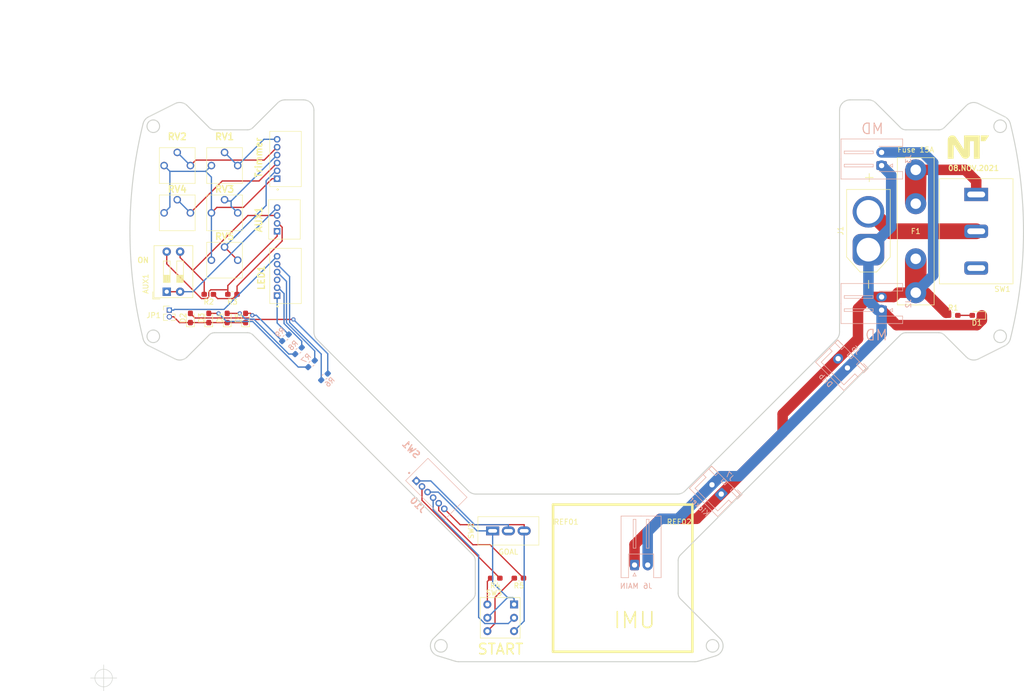
<source format=kicad_pcb>
(kicad_pcb (version 20171130) (host pcbnew "(5.1.6)-1")

  (general
    (thickness 1.6)
    (drawings 89)
    (tracks 199)
    (zones 0)
    (modules 38)
    (nets 34)
  )

  (page A4)
  (title_block
    (title "control board")
    (date 2021-11-08)
    (rev V1.1)
    (company Saeki.A)
  )

  (layers
    (0 F.Cu signal)
    (31 B.Cu signal)
    (32 B.Adhes user)
    (33 F.Adhes user)
    (34 B.Paste user)
    (35 F.Paste user)
    (36 B.SilkS user)
    (37 F.SilkS user)
    (38 B.Mask user)
    (39 F.Mask user)
    (40 Dwgs.User user)
    (41 Cmts.User user)
    (42 Eco1.User user)
    (43 Eco2.User user)
    (44 Edge.Cuts user)
    (45 Margin user)
    (46 B.CrtYd user)
    (47 F.CrtYd user)
    (48 B.Fab user)
    (49 F.Fab user)
  )

  (setup
    (last_trace_width 0.25)
    (trace_clearance 0.2)
    (zone_clearance 0.508)
    (zone_45_only no)
    (trace_min 0.2)
    (via_size 0.8)
    (via_drill 0.4)
    (via_min_size 0.4)
    (via_min_drill 0.3)
    (uvia_size 0.3)
    (uvia_drill 0.1)
    (uvias_allowed no)
    (uvia_min_size 0.2)
    (uvia_min_drill 0.1)
    (edge_width 0.1)
    (segment_width 0.2)
    (pcb_text_width 0.3)
    (pcb_text_size 1.5 1.5)
    (mod_edge_width 0.15)
    (mod_text_size 1 1)
    (mod_text_width 0.15)
    (pad_size 1.524 1.524)
    (pad_drill 0.762)
    (pad_to_mask_clearance 0)
    (aux_axis_origin 0 0)
    (grid_origin 35 185)
    (visible_elements 7FFFFFFF)
    (pcbplotparams
      (layerselection 0x010f0_ffffffff)
      (usegerberextensions true)
      (usegerberattributes false)
      (usegerberadvancedattributes false)
      (creategerberjobfile false)
      (excludeedgelayer true)
      (linewidth 0.100000)
      (plotframeref false)
      (viasonmask false)
      (mode 1)
      (useauxorigin true)
      (hpglpennumber 1)
      (hpglpenspeed 20)
      (hpglpendiameter 15.000000)
      (psnegative false)
      (psa4output false)
      (plotreference true)
      (plotvalue true)
      (plotinvisibletext false)
      (padsonsilk false)
      (subtractmaskfromsilk true)
      (outputformat 1)
      (mirror false)
      (drillshape 0)
      (scaleselection 1)
      (outputdirectory "out/"))
  )

  (net 0 "")
  (net 1 "Net-(AUX1-Pad4)")
  (net 2 "Net-(AUX1-Pad1)")
  (net 3 "Net-(AUX1-Pad3)")
  (net 4 "Net-(D1-Pad2)")
  (net 5 "Net-(D1-Pad1)")
  (net 6 "Net-(F1-Pad2)")
  (net 7 "Net-(F1-Pad1)")
  (net 8 "Net-(J1-Pad2)")
  (net 9 "Net-(J8-Pad6)")
  (net 10 "Net-(J8-Pad5)")
  (net 11 "Net-(J8-Pad4)")
  (net 12 "Net-(J8-Pad3)")
  (net 13 "Net-(J8-Pad2)")
  (net 14 "Net-(J8-Pad1)")
  (net 15 "Net-(J9-Pad2)")
  (net 16 GND)
  (net 17 "Net-(J10-Pad5)")
  (net 18 "Net-(J10-Pad4)")
  (net 19 "Net-(J10-Pad3)")
  (net 20 "Net-(J10-Pad2)")
  (net 21 "Net-(J10-Pad1)")
  (net 22 "Net-(R4-Pad2)")
  (net 23 "Net-(R5-Pad2)")
  (net 24 "Net-(D2-Pad2)")
  (net 25 "Net-(D2-Pad1)")
  (net 26 "Net-(D3-Pad2)")
  (net 27 "Net-(D4-Pad2)")
  (net 28 "Net-(D5-Pad2)")
  (net 29 "Net-(J4-Pad6)")
  (net 30 "Net-(J4-Pad5)")
  (net 31 "Net-(J4-Pad4)")
  (net 32 "Net-(J4-Pad2)")
  (net 33 "Net-(J4-Pad1)")

  (net_class Default "これはデフォルトのネット クラスです。"
    (clearance 0.2)
    (trace_width 0.25)
    (via_dia 0.8)
    (via_drill 0.4)
    (uvia_dia 0.3)
    (uvia_drill 0.1)
    (add_net GND)
    (add_net "Net-(AUX1-Pad1)")
    (add_net "Net-(AUX1-Pad3)")
    (add_net "Net-(AUX1-Pad4)")
    (add_net "Net-(D1-Pad2)")
    (add_net "Net-(D2-Pad1)")
    (add_net "Net-(D2-Pad2)")
    (add_net "Net-(D3-Pad2)")
    (add_net "Net-(D4-Pad2)")
    (add_net "Net-(D5-Pad2)")
    (add_net "Net-(J10-Pad1)")
    (add_net "Net-(J10-Pad2)")
    (add_net "Net-(J10-Pad3)")
    (add_net "Net-(J10-Pad4)")
    (add_net "Net-(J10-Pad5)")
    (add_net "Net-(J4-Pad1)")
    (add_net "Net-(J4-Pad2)")
    (add_net "Net-(J4-Pad4)")
    (add_net "Net-(J4-Pad5)")
    (add_net "Net-(J4-Pad6)")
    (add_net "Net-(J8-Pad1)")
    (add_net "Net-(J8-Pad2)")
    (add_net "Net-(J8-Pad3)")
    (add_net "Net-(J8-Pad4)")
    (add_net "Net-(J8-Pad5)")
    (add_net "Net-(J8-Pad6)")
    (add_net "Net-(J9-Pad2)")
    (add_net "Net-(R4-Pad2)")
    (add_net "Net-(R5-Pad2)")
  )

  (net_class power1 ""
    (clearance 0.3)
    (trace_width 1)
    (via_dia 0.8)
    (via_drill 0.4)
    (uvia_dia 0.3)
    (uvia_drill 0.1)
  )

  (net_class power2 ""
    (clearance 0.3)
    (trace_width 2)
    (via_dia 0.8)
    (via_drill 0.4)
    (uvia_dia 0.3)
    (uvia_drill 0.1)
    (add_net "Net-(D1-Pad1)")
    (add_net "Net-(F1-Pad1)")
    (add_net "Net-(F1-Pad2)")
  )

  (net_class power3 ""
    (clearance 0.3)
    (trace_width 3)
    (via_dia 0.8)
    (via_drill 0.4)
    (uvia_dia 0.3)
    (uvia_drill 0.1)
    (add_net "Net-(J1-Pad2)")
  )

  (module 0.main.robot:NT_logo locked (layer F.Cu) (tedit 61877225) (tstamp 6189A484)
    (at 199.5 84)
    (fp_text reference G*** (at 0 0) (layer F.SilkS) hide
      (effects (font (size 1.524 1.524) (thickness 0.3)))
    )
    (fp_text value LOGO (at 0.75 0) (layer F.SilkS) hide
      (effects (font (size 1.524 1.524) (thickness 0.3)))
    )
    (fp_poly (pts (xy 2.178189 -0.019051) (xy 2.1717 2.1971) (xy 1.0668 2.21079) (xy 1.0668 -1.144359)
      (xy 0.69215 -1.13733) (xy 0.3175 -1.1303) (xy 0.2921 1.5875) (xy 0.217682 1.721825)
      (xy 0.098744 1.887835) (xy -0.055642 2.028561) (xy -0.218115 2.12518) (xy -0.310121 2.161224)
      (xy -0.401444 2.180811) (xy -0.514096 2.188038) (xy -0.557819 2.18841) (xy -0.767976 2.167469)
      (xy -0.950856 2.104132) (xy -1.108301 1.997632) (xy -1.176033 1.930226) (xy -1.210107 1.886334)
      (xy -1.268663 1.804149) (xy -1.348717 1.688115) (xy -1.447284 1.542674) (xy -1.561382 1.37227)
      (xy -1.688026 1.181345) (xy -1.824233 0.974342) (xy -1.967019 0.755705) (xy -2.032 0.655667)
      (xy -2.7813 -0.499806) (xy -2.8067 2.1971) (xy -3.9116 2.21079) (xy -3.911601 0.331648)
      (xy -3.911567 -0.022448) (xy -3.911402 -0.329413) (xy -3.911011 -0.592918) (xy -3.910299 -0.816632)
      (xy -3.909172 -1.004225) (xy -3.907535 -1.159368) (xy -3.905292 -1.285729) (xy -3.902349 -1.386979)
      (xy -3.898612 -1.466787) (xy -3.893984 -1.528824) (xy -3.888372 -1.576758) (xy -3.881681 -1.61426)
      (xy -3.873815 -1.645) (xy -3.864681 -1.672647) (xy -3.859435 -1.686919) (xy -3.779973 -1.838563)
      (xy -3.663184 -1.981962) (xy -3.522133 -2.102409) (xy -3.450549 -2.147254) (xy -3.385127 -2.181419)
      (xy -3.327977 -2.203332) (xy -3.264689 -2.215686) (xy -3.180849 -2.221175) (xy -3.062046 -2.222494)
      (xy -3.048 -2.2225) (xy -2.925022 -2.221448) (xy -2.838411 -2.216489) (xy -2.773748 -2.204928)
      (xy -2.716615 -2.184064) (xy -2.652594 -2.151199) (xy -2.645187 -2.14711) (xy -2.553921 -2.087751)
      (xy -2.467841 -2.017505) (xy -2.42772 -1.976676) (xy -2.398677 -1.937664) (xy -2.344926 -1.860262)
      (xy -2.269317 -1.748754) (xy -2.1747 -1.607427) (xy -2.063924 -1.440564) (xy -1.93984 -1.252452)
      (xy -1.805298 -1.047376) (xy -1.663147 -0.829621) (xy -1.585934 -0.7109) (xy -0.8255 0.459832)
      (xy -0.818928 -0.887684) (xy -0.812355 -2.2352) (xy 0.686162 -2.235201) (xy 2.184679 -2.235201)
      (xy 2.178189 -0.019051)) (layer F.SilkS) (width 0.01))
    (fp_poly (pts (xy 3.224382 -1.143) (xy 2.3876 -1.143) (xy 2.3876 -2.2352) (xy 3.956262 -2.2352)
      (xy 3.224382 -1.143)) (layer F.SilkS) (width 0.01))
  )

  (module Connector_JST:JST_XH_B2B-XH-A_1x02_P2.50mm_Vertical (layer B.Cu) (tedit 5C28146C) (tstamp 61868B84)
    (at 176.5 126 135)
    (descr "JST XH series connector, B2B-XH-A (http://www.jst-mfg.com/product/pdf/eng/eXH.pdf), generated with kicad-footprint-generator")
    (tags "connector JST XH vertical")
    (path /5E3FD530)
    (fp_text reference J5 (at 1.25 3.550001 135) (layer B.SilkS)
      (effects (font (size 1 1) (thickness 0.15)) (justify mirror))
    )
    (fp_text value Drib (at 1.25 -4.6 135) (layer B.SilkS)
      (effects (font (size 1 1) (thickness 0.15)) (justify mirror))
    )
    (fp_line (start -2.45 2.35) (end -2.45 -3.4) (layer B.Fab) (width 0.1))
    (fp_line (start -2.45 -3.4) (end 4.95 -3.4) (layer B.Fab) (width 0.1))
    (fp_line (start 4.95 -3.4) (end 4.95 2.35) (layer B.Fab) (width 0.1))
    (fp_line (start 4.95 2.35) (end -2.45 2.35) (layer B.Fab) (width 0.1))
    (fp_line (start -2.56 2.46) (end -2.56 -3.51) (layer B.SilkS) (width 0.12))
    (fp_line (start -2.56 -3.51) (end 5.06 -3.51) (layer B.SilkS) (width 0.12))
    (fp_line (start 5.06 -3.51) (end 5.06 2.46) (layer B.SilkS) (width 0.12))
    (fp_line (start 5.06 2.46) (end -2.56 2.46) (layer B.SilkS) (width 0.12))
    (fp_line (start -2.95 2.85) (end -2.95 -3.9) (layer B.CrtYd) (width 0.05))
    (fp_line (start -2.95 -3.9) (end 5.45 -3.9) (layer B.CrtYd) (width 0.05))
    (fp_line (start 5.45 -3.9) (end 5.45 2.85) (layer B.CrtYd) (width 0.05))
    (fp_line (start 5.45 2.85) (end -2.95 2.85) (layer B.CrtYd) (width 0.05))
    (fp_line (start -0.625 2.35) (end 0 1.35) (layer B.Fab) (width 0.1))
    (fp_line (start 0 1.35) (end 0.625 2.35) (layer B.Fab) (width 0.1))
    (fp_line (start 0.75 2.45) (end 0.75 1.7) (layer B.SilkS) (width 0.12))
    (fp_line (start 0.75 1.7) (end 1.75 1.7) (layer B.SilkS) (width 0.12))
    (fp_line (start 1.75 1.7) (end 1.75 2.45) (layer B.SilkS) (width 0.12))
    (fp_line (start 1.75 2.45) (end 0.75 2.45) (layer B.SilkS) (width 0.12))
    (fp_line (start -2.55 2.45) (end -2.55 1.7) (layer B.SilkS) (width 0.12))
    (fp_line (start -2.55 1.7) (end -0.75 1.7) (layer B.SilkS) (width 0.12))
    (fp_line (start -0.75 1.7) (end -0.75 2.45) (layer B.SilkS) (width 0.12))
    (fp_line (start -0.75 2.45) (end -2.55 2.45) (layer B.SilkS) (width 0.12))
    (fp_line (start 3.25 2.45) (end 3.25 1.7) (layer B.SilkS) (width 0.12))
    (fp_line (start 3.25 1.7) (end 5.05 1.7) (layer B.SilkS) (width 0.12))
    (fp_line (start 5.05 1.7) (end 5.05 2.45) (layer B.SilkS) (width 0.12))
    (fp_line (start 5.05 2.45) (end 3.25 2.45) (layer B.SilkS) (width 0.12))
    (fp_line (start -2.55 0.2) (end -1.8 0.2) (layer B.SilkS) (width 0.12))
    (fp_line (start -1.8 0.2) (end -1.8 -2.75) (layer B.SilkS) (width 0.12))
    (fp_line (start -1.8 -2.75) (end 1.25 -2.75) (layer B.SilkS) (width 0.12))
    (fp_line (start 5.05 0.2) (end 4.3 0.2) (layer B.SilkS) (width 0.12))
    (fp_line (start 4.3 0.2) (end 4.3 -2.75) (layer B.SilkS) (width 0.12))
    (fp_line (start 4.3 -2.75) (end 1.25 -2.75) (layer B.SilkS) (width 0.12))
    (fp_line (start -1.6 2.75) (end -2.85 2.75) (layer B.SilkS) (width 0.12))
    (fp_line (start -2.85 2.75) (end -2.85 1.5) (layer B.SilkS) (width 0.12))
    (fp_text user %R (at 1.25 -2.7 135) (layer B.Fab)
      (effects (font (size 1 1) (thickness 0.15)) (justify mirror))
    )
    (pad 2 thru_hole oval (at 2.5 0 135) (size 1.7 2) (drill 1) (layers *.Cu *.Mask)
      (net 7 "Net-(F1-Pad1)"))
    (pad 1 thru_hole roundrect (at 0 0 135) (size 1.7 2) (drill 1) (layers *.Cu *.Mask) (roundrect_rratio 0.147059)
      (net 5 "Net-(D1-Pad1)"))
    (model ${KISYS3DMOD}/Connector_JST.3dshapes/JST_XH_B2B-XH-A_1x02_P2.50mm_Vertical.wrl
      (at (xyz 0 0 0))
      (scale (xyz 1 1 1))
      (rotate (xyz 0 0 0))
    )
  )

  (module Connector_JST:JST_XH_B2B-XH-A_1x02_P2.50mm_Vertical (layer B.Cu) (tedit 5C28146C) (tstamp 6187AE16)
    (at 152.5 150 135)
    (descr "JST XH series connector, B2B-XH-A (http://www.jst-mfg.com/product/pdf/eng/eXH.pdf), generated with kicad-footprint-generator")
    (tags "connector JST XH vertical")
    (path /6186C3AC)
    (fp_text reference J7 (at 1.25 3.550001 135) (layer B.SilkS)
      (effects (font (size 1 1) (thickness 0.15)) (justify mirror))
    )
    (fp_text value Kicker (at 1.25 -4.6 135) (layer B.SilkS)
      (effects (font (size 1 1) (thickness 0.15)) (justify mirror))
    )
    (fp_line (start -2.45 2.35) (end -2.45 -3.4) (layer B.Fab) (width 0.1))
    (fp_line (start -2.45 -3.4) (end 4.95 -3.4) (layer B.Fab) (width 0.1))
    (fp_line (start 4.95 -3.4) (end 4.95 2.35) (layer B.Fab) (width 0.1))
    (fp_line (start 4.95 2.35) (end -2.45 2.35) (layer B.Fab) (width 0.1))
    (fp_line (start -2.56 2.46) (end -2.56 -3.51) (layer B.SilkS) (width 0.12))
    (fp_line (start -2.56 -3.51) (end 5.06 -3.51) (layer B.SilkS) (width 0.12))
    (fp_line (start 5.06 -3.51) (end 5.06 2.46) (layer B.SilkS) (width 0.12))
    (fp_line (start 5.06 2.46) (end -2.56 2.46) (layer B.SilkS) (width 0.12))
    (fp_line (start -2.95 2.85) (end -2.95 -3.9) (layer B.CrtYd) (width 0.05))
    (fp_line (start -2.95 -3.9) (end 5.45 -3.9) (layer B.CrtYd) (width 0.05))
    (fp_line (start 5.45 -3.9) (end 5.45 2.85) (layer B.CrtYd) (width 0.05))
    (fp_line (start 5.45 2.85) (end -2.95 2.85) (layer B.CrtYd) (width 0.05))
    (fp_line (start -0.625 2.35) (end 0 1.35) (layer B.Fab) (width 0.1))
    (fp_line (start 0 1.35) (end 0.625 2.35) (layer B.Fab) (width 0.1))
    (fp_line (start 0.75 2.45) (end 0.75 1.7) (layer B.SilkS) (width 0.12))
    (fp_line (start 0.75 1.7) (end 1.75 1.7) (layer B.SilkS) (width 0.12))
    (fp_line (start 1.75 1.7) (end 1.75 2.45) (layer B.SilkS) (width 0.12))
    (fp_line (start 1.75 2.45) (end 0.75 2.45) (layer B.SilkS) (width 0.12))
    (fp_line (start -2.55 2.45) (end -2.55 1.7) (layer B.SilkS) (width 0.12))
    (fp_line (start -2.55 1.7) (end -0.75 1.7) (layer B.SilkS) (width 0.12))
    (fp_line (start -0.75 1.7) (end -0.75 2.45) (layer B.SilkS) (width 0.12))
    (fp_line (start -0.75 2.45) (end -2.55 2.45) (layer B.SilkS) (width 0.12))
    (fp_line (start 3.25 2.45) (end 3.25 1.7) (layer B.SilkS) (width 0.12))
    (fp_line (start 3.25 1.7) (end 5.05 1.7) (layer B.SilkS) (width 0.12))
    (fp_line (start 5.05 1.7) (end 5.05 2.45) (layer B.SilkS) (width 0.12))
    (fp_line (start 5.05 2.45) (end 3.25 2.45) (layer B.SilkS) (width 0.12))
    (fp_line (start -2.55 0.2) (end -1.8 0.2) (layer B.SilkS) (width 0.12))
    (fp_line (start -1.8 0.2) (end -1.8 -2.75) (layer B.SilkS) (width 0.12))
    (fp_line (start -1.8 -2.75) (end 1.25 -2.75) (layer B.SilkS) (width 0.12))
    (fp_line (start 5.05 0.2) (end 4.3 0.2) (layer B.SilkS) (width 0.12))
    (fp_line (start 4.3 0.2) (end 4.3 -2.75) (layer B.SilkS) (width 0.12))
    (fp_line (start 4.3 -2.75) (end 1.25 -2.75) (layer B.SilkS) (width 0.12))
    (fp_line (start -1.6 2.75) (end -2.85 2.75) (layer B.SilkS) (width 0.12))
    (fp_line (start -2.85 2.75) (end -2.85 1.5) (layer B.SilkS) (width 0.12))
    (fp_text user %R (at 1.25 -2.7 135) (layer B.Fab)
      (effects (font (size 1 1) (thickness 0.15)) (justify mirror))
    )
    (pad 2 thru_hole oval (at 2.5 0 135) (size 1.7 2) (drill 1) (layers *.Cu *.Mask)
      (net 5 "Net-(D1-Pad1)"))
    (pad 1 thru_hole roundrect (at 0 0 135) (size 1.7 2) (drill 1) (layers *.Cu *.Mask) (roundrect_rratio 0.147059)
      (net 7 "Net-(F1-Pad1)"))
    (model ${KISYS3DMOD}/Connector_JST.3dshapes/JST_XH_B2B-XH-A_1x02_P2.50mm_Vertical.wrl
      (at (xyz 0 0 0))
      (scale (xyz 1 1 1))
      (rotate (xyz 0 0 0))
    )
  )

  (module Connector_JST:JST_XH_S2B-XH-A_1x02_P2.50mm_Horizontal locked (layer B.Cu) (tedit 5C281475) (tstamp 6187ADED)
    (at 136 163.5)
    (descr "JST XH series connector, S2B-XH-A (http://www.jst-mfg.com/product/pdf/eng/eXH.pdf), generated with kicad-footprint-generator")
    (tags "connector JST XH horizontal")
    (path /6186C3AB)
    (fp_text reference J6 (at 2.5 4) (layer B.SilkS)
      (effects (font (size 1 1) (thickness 0.15)) (justify mirror))
    )
    (fp_text value MAIN (at -1 4) (layer B.SilkS)
      (effects (font (size 1 1) (thickness 0.15)) (justify mirror))
    )
    (fp_line (start -2.95 2.8) (end -2.95 -9.7) (layer B.CrtYd) (width 0.05))
    (fp_line (start -2.95 -9.7) (end 5.45 -9.7) (layer B.CrtYd) (width 0.05))
    (fp_line (start 5.45 -9.7) (end 5.45 2.8) (layer B.CrtYd) (width 0.05))
    (fp_line (start 5.45 2.8) (end -2.95 2.8) (layer B.CrtYd) (width 0.05))
    (fp_line (start 1.25 -9.31) (end -2.56 -9.31) (layer B.SilkS) (width 0.12))
    (fp_line (start -2.56 -9.31) (end -2.56 2.41) (layer B.SilkS) (width 0.12))
    (fp_line (start -2.56 2.41) (end -1.14 2.41) (layer B.SilkS) (width 0.12))
    (fp_line (start -1.14 2.41) (end -1.14 -2.09) (layer B.SilkS) (width 0.12))
    (fp_line (start -1.14 -2.09) (end 1.25 -2.09) (layer B.SilkS) (width 0.12))
    (fp_line (start 1.25 -9.31) (end 5.06 -9.31) (layer B.SilkS) (width 0.12))
    (fp_line (start 5.06 -9.31) (end 5.06 2.41) (layer B.SilkS) (width 0.12))
    (fp_line (start 5.06 2.41) (end 3.64 2.41) (layer B.SilkS) (width 0.12))
    (fp_line (start 3.64 2.41) (end 3.64 -2.09) (layer B.SilkS) (width 0.12))
    (fp_line (start 3.64 -2.09) (end 1.25 -2.09) (layer B.SilkS) (width 0.12))
    (fp_line (start 1.25 -9.2) (end -2.45 -9.2) (layer B.Fab) (width 0.1))
    (fp_line (start -2.45 -9.2) (end -2.45 2.3) (layer B.Fab) (width 0.1))
    (fp_line (start -2.45 2.3) (end -1.25 2.3) (layer B.Fab) (width 0.1))
    (fp_line (start -1.25 2.3) (end -1.25 -2.2) (layer B.Fab) (width 0.1))
    (fp_line (start -1.25 -2.2) (end 1.25 -2.2) (layer B.Fab) (width 0.1))
    (fp_line (start 1.25 -9.2) (end 4.95 -9.2) (layer B.Fab) (width 0.1))
    (fp_line (start 4.95 -9.2) (end 4.95 2.3) (layer B.Fab) (width 0.1))
    (fp_line (start 4.95 2.3) (end 3.75 2.3) (layer B.Fab) (width 0.1))
    (fp_line (start 3.75 2.3) (end 3.75 -2.2) (layer B.Fab) (width 0.1))
    (fp_line (start 3.75 -2.2) (end 1.25 -2.2) (layer B.Fab) (width 0.1))
    (fp_line (start -0.25 -3.2) (end -0.25 -8.7) (layer B.SilkS) (width 0.12))
    (fp_line (start -0.25 -8.7) (end 0.25 -8.7) (layer B.SilkS) (width 0.12))
    (fp_line (start 0.25 -8.7) (end 0.25 -3.2) (layer B.SilkS) (width 0.12))
    (fp_line (start 0.25 -3.2) (end -0.25 -3.2) (layer B.SilkS) (width 0.12))
    (fp_line (start 2.25 -3.2) (end 2.25 -8.7) (layer B.SilkS) (width 0.12))
    (fp_line (start 2.25 -8.7) (end 2.75 -8.7) (layer B.SilkS) (width 0.12))
    (fp_line (start 2.75 -8.7) (end 2.75 -3.2) (layer B.SilkS) (width 0.12))
    (fp_line (start 2.75 -3.2) (end 2.25 -3.2) (layer B.SilkS) (width 0.12))
    (fp_line (start 0 1.5) (end -0.3 2.1) (layer B.SilkS) (width 0.12))
    (fp_line (start -0.3 2.1) (end 0.3 2.1) (layer B.SilkS) (width 0.12))
    (fp_line (start 0.3 2.1) (end 0 1.5) (layer B.SilkS) (width 0.12))
    (fp_line (start -0.625 -2.2) (end 0 -1.2) (layer B.Fab) (width 0.1))
    (fp_line (start 0 -1.2) (end 0.625 -2.2) (layer B.Fab) (width 0.1))
    (fp_text user %R (at 1.25 -3.45) (layer B.Fab)
      (effects (font (size 1 1) (thickness 0.15)) (justify mirror))
    )
    (pad 2 thru_hole oval (at 2.5 0) (size 1.7 2) (drill 1) (layers *.Cu *.Mask)
      (net 5 "Net-(D1-Pad1)"))
    (pad 1 thru_hole roundrect (at 0 0) (size 1.7 2) (drill 1) (layers *.Cu *.Mask) (roundrect_rratio 0.147059)
      (net 7 "Net-(F1-Pad1)"))
    (model ${KISYS3DMOD}/Connector_JST.3dshapes/JST_XH_S2B-XH-A_1x02_P2.50mm_Horizontal.wrl
      (at (xyz 0 0 0))
      (scale (xyz 1 1 1))
      (rotate (xyz 0 0 0))
    )
  )

  (module 0.main.robot:JSTS6B-ZRLFSN (layer B.Cu) (tedit 5F236A99) (tstamp 61868C18)
    (at 94.5 147.5 315)
    (descr "S6B-ZR(LF)(SN)-1")
    (tags Connector)
    (path /5F3EC209)
    (fp_text reference J10 (at 3.425 3 315) (layer B.SilkS)
      (effects (font (size 1.27 1.27) (thickness 0.254)) (justify mirror))
    )
    (fp_text value SW1 (at -4.949747 -3.535534 315) (layer B.SilkS)
      (effects (font (size 1.27 1.27) (thickness 0.254)) (justify mirror))
    )
    (fp_line (start -1.5 1.4) (end 9 1.4) (layer B.Fab) (width 0.2))
    (fp_line (start 9 1.4) (end 9 -4.6) (layer B.Fab) (width 0.2))
    (fp_line (start 9 -4.6) (end -1.5 -4.6) (layer B.Fab) (width 0.2))
    (fp_line (start -1.5 -4.6) (end -1.5 1.4) (layer B.Fab) (width 0.2))
    (fp_line (start -1.5 1.4) (end 9 1.4) (layer B.SilkS) (width 0.1))
    (fp_line (start 9 1.4) (end 9 -4.6) (layer B.SilkS) (width 0.1))
    (fp_line (start 9 -4.6) (end -1.5 -4.6) (layer B.SilkS) (width 0.1))
    (fp_line (start -1.5 -4.6) (end -1.5 1.4) (layer B.SilkS) (width 0.1))
    (fp_line (start -2.65 1.9) (end 9.5 1.9) (layer B.CrtYd) (width 0.1))
    (fp_line (start 9.5 1.9) (end 9.5 -5.1) (layer B.CrtYd) (width 0.1))
    (fp_line (start 9.5 -5.1) (end -2.65 -5.1) (layer B.CrtYd) (width 0.1))
    (fp_line (start -2.65 -5.1) (end -2.65 1.9) (layer B.CrtYd) (width 0.1))
    (fp_line (start -2.05 0) (end -2.05 0) (layer B.SilkS) (width 0.2))
    (fp_line (start -2.05 -0.2) (end -2.05 -0.2) (layer B.SilkS) (width 0.2))
    (fp_arc (start -2.05 -0.1) (end -2.05 -0.2) (angle 180) (layer B.SilkS) (width 0.2))
    (fp_arc (start -2.05 -0.1) (end -2.05 0) (angle 180) (layer B.SilkS) (width 0.2))
    (fp_text user %R (at 3.425 3 315) (layer B.Fab)
      (effects (font (size 1.27 1.27) (thickness 0.254)) (justify mirror))
    )
    (pad 6 thru_hole circle (at 7.5 0 315) (size 1.251 1.251) (drill 0.73) (layers *.Cu *.Mask)
      (net 16 GND))
    (pad 5 thru_hole circle (at 6 0 315) (size 1.251 1.251) (drill 0.73) (layers *.Cu *.Mask)
      (net 17 "Net-(J10-Pad5)"))
    (pad 4 thru_hole circle (at 4.5 0 315) (size 1.251 1.251) (drill 0.73) (layers *.Cu *.Mask)
      (net 18 "Net-(J10-Pad4)"))
    (pad 3 thru_hole circle (at 3 0 315) (size 1.251 1.251) (drill 0.73) (layers *.Cu *.Mask)
      (net 19 "Net-(J10-Pad3)"))
    (pad 2 thru_hole circle (at 1.5 0 315) (size 1.251 1.251) (drill 0.73) (layers *.Cu *.Mask)
      (net 20 "Net-(J10-Pad2)"))
    (pad 1 thru_hole rect (at 0 0 315) (size 1.251 1.251) (drill 0.73) (layers *.Cu *.Mask)
      (net 21 "Net-(J10-Pad1)"))
    (model C:/Users/hidekazu/Dropbox/RoboCup/kicad_lib/0.main.robot.pretty/Step/S6B-ZR.STEP
      (offset (xyz -6.8 2.5 3.7))
      (scale (xyz 1 1 1))
      (rotate (xyz -90 0 0))
    )
  )

  (module 0.main.robot:JSTS4B-ZRLFSN (layer F.Cu) (tedit 5F2183F1) (tstamp 61868C01)
    (at 68 100 90)
    (descr "S4B-ZR  (LF)(SN)-1")
    (tags Connector)
    (path /5FD7E025)
    (fp_text reference J9 (at 2 -4 90) (layer F.SilkS) hide
      (effects (font (size 1.27 1.27) (thickness 0.254)))
    )
    (fp_text value AUX1 (at 2.25 -3.5 90) (layer F.SilkS)
      (effects (font (size 1.27 1.27) (thickness 0.254)))
    )
    (fp_line (start -1.5 4.4) (end 6 4.4) (layer F.Fab) (width 0.2))
    (fp_line (start 6 4.4) (end 6 -1.6) (layer F.Fab) (width 0.2))
    (fp_line (start 6 -1.6) (end -1.5 -1.6) (layer F.Fab) (width 0.2))
    (fp_line (start -1.5 -1.6) (end -1.5 4.4) (layer F.Fab) (width 0.2))
    (fp_line (start -1.5 -1.6) (end 6 -1.6) (layer F.SilkS) (width 0.1))
    (fp_line (start 6 -1.6) (end 6 4.4) (layer F.SilkS) (width 0.1))
    (fp_line (start 6 4.4) (end -1.5 4.4) (layer F.SilkS) (width 0.1))
    (fp_line (start -1.5 4.4) (end -1.5 -1.6) (layer F.SilkS) (width 0.1))
    (fp_line (start -2.5 -2.6) (end 7 -2.6) (layer F.CrtYd) (width 0.1))
    (fp_line (start 7 -2.6) (end 7 5.4) (layer F.CrtYd) (width 0.1))
    (fp_line (start 7 5.4) (end -2.5 5.4) (layer F.CrtYd) (width 0.1))
    (fp_line (start -2.5 5.4) (end -2.5 -2.6) (layer F.CrtYd) (width 0.1))
    (fp_line (start -2.5 -2.6) (end 7 -2.6) (layer F.CrtYd) (width 0.1))
    (fp_line (start 7 -2.6) (end 7 5.4) (layer F.CrtYd) (width 0.1))
    (fp_line (start 7 5.4) (end -2.5 5.4) (layer F.CrtYd) (width 0.1))
    (fp_line (start -2.5 5.4) (end -2.5 -2.6) (layer F.CrtYd) (width 0.1))
    (fp_text user %R (at 2 -4 90) (layer F.Fab) hide
      (effects (font (size 1.27 1.27) (thickness 0.254)))
    )
    (pad 4 thru_hole circle (at 4.5 0 90) (size 1.251 1.251) (drill 0.73) (layers *.Cu *.Mask)
      (net 2 "Net-(AUX1-Pad1)"))
    (pad 3 thru_hole circle (at 3 0 90) (size 1.251 1.251) (drill 0.73) (layers *.Cu *.Mask)
      (net 3 "Net-(AUX1-Pad3)"))
    (pad 2 thru_hole circle (at 1.5 0 90) (size 1.251 1.251) (drill 0.73) (layers *.Cu *.Mask)
      (net 15 "Net-(J9-Pad2)"))
    (pad 1 thru_hole rect (at 0 0 90) (size 1.251 1.251) (drill 0.73) (layers *.Cu *.Mask)
      (net 1 "Net-(AUX1-Pad4)"))
    (model C:/Users/hidekazu/Dropbox/RoboCup/kicad_lib/0.main.robot.pretty/Step/S4B-ZR.STEP
      (offset (xyz -5.2 2.5 3.7))
      (scale (xyz 1 1 1))
      (rotate (xyz -90 0 0))
    )
  )

  (module 0.main.robot:JSTS6B-ZRLFSN (layer F.Cu) (tedit 5F236A99) (tstamp 61868BED)
    (at 68 90 90)
    (descr "S6B-ZR(LF)(SN)-1")
    (tags Connector)
    (path /5E4C4801)
    (fp_text reference J8 (at 3.425 -3 90) (layer F.SilkS) hide
      (effects (font (size 1.27 1.27) (thickness 0.254)))
    )
    (fp_text value Trimmer (at 4 -3.5 90) (layer F.SilkS)
      (effects (font (size 1.27 1.27) (thickness 0.254)))
    )
    (fp_line (start -1.5 -1.4) (end 9 -1.4) (layer F.Fab) (width 0.2))
    (fp_line (start 9 -1.4) (end 9 4.6) (layer F.Fab) (width 0.2))
    (fp_line (start 9 4.6) (end -1.5 4.6) (layer F.Fab) (width 0.2))
    (fp_line (start -1.5 4.6) (end -1.5 -1.4) (layer F.Fab) (width 0.2))
    (fp_line (start -1.5 -1.4) (end 9 -1.4) (layer F.SilkS) (width 0.1))
    (fp_line (start 9 -1.4) (end 9 4.6) (layer F.SilkS) (width 0.1))
    (fp_line (start 9 4.6) (end -1.5 4.6) (layer F.SilkS) (width 0.1))
    (fp_line (start -1.5 4.6) (end -1.5 -1.4) (layer F.SilkS) (width 0.1))
    (fp_line (start -2.65 -1.9) (end 9.5 -1.9) (layer F.CrtYd) (width 0.1))
    (fp_line (start 9.5 -1.9) (end 9.5 5.1) (layer F.CrtYd) (width 0.1))
    (fp_line (start 9.5 5.1) (end -2.65 5.1) (layer F.CrtYd) (width 0.1))
    (fp_line (start -2.65 5.1) (end -2.65 -1.9) (layer F.CrtYd) (width 0.1))
    (fp_line (start -2.05 0) (end -2.05 0) (layer F.SilkS) (width 0.2))
    (fp_line (start -2.05 0.2) (end -2.05 0.2) (layer F.SilkS) (width 0.2))
    (fp_arc (start -2.05 0.1) (end -2.05 0.2) (angle -180) (layer F.SilkS) (width 0.2))
    (fp_arc (start -2.05 0.1) (end -2.05 0) (angle -180) (layer F.SilkS) (width 0.2))
    (fp_text user %R (at 3.425 -3 90) (layer F.Fab)
      (effects (font (size 1.27 1.27) (thickness 0.254)))
    )
    (pad 6 thru_hole circle (at 7.5 0 90) (size 1.251 1.251) (drill 0.73) (layers *.Cu *.Mask)
      (net 9 "Net-(J8-Pad6)"))
    (pad 5 thru_hole circle (at 6 0 90) (size 1.251 1.251) (drill 0.73) (layers *.Cu *.Mask)
      (net 10 "Net-(J8-Pad5)"))
    (pad 4 thru_hole circle (at 4.5 0 90) (size 1.251 1.251) (drill 0.73) (layers *.Cu *.Mask)
      (net 11 "Net-(J8-Pad4)"))
    (pad 3 thru_hole circle (at 3 0 90) (size 1.251 1.251) (drill 0.73) (layers *.Cu *.Mask)
      (net 12 "Net-(J8-Pad3)"))
    (pad 2 thru_hole circle (at 1.5 0 90) (size 1.251 1.251) (drill 0.73) (layers *.Cu *.Mask)
      (net 13 "Net-(J8-Pad2)"))
    (pad 1 thru_hole rect (at 0 0 90) (size 1.251 1.251) (drill 0.73) (layers *.Cu *.Mask)
      (net 14 "Net-(J8-Pad1)"))
    (model C:/Users/hidekazu/Dropbox/RoboCup/kicad_lib/0.main.robot.pretty/Step/S6B-ZR.STEP
      (offset (xyz -6.8 2.5 3.7))
      (scale (xyz 1 1 1))
      (rotate (xyz -90 0 0))
    )
  )

  (module 0.main.robot:JSTS6B-ZRLFSN (layer F.Cu) (tedit 5F236A99) (tstamp 6186A477)
    (at 68 112.25 90)
    (descr "S6B-ZR(LF)(SN)-1")
    (tags Connector)
    (path /61873DB7)
    (fp_text reference J4 (at 3.425 -3 90) (layer F.SilkS) hide
      (effects (font (size 1.27 1.27) (thickness 0.254)))
    )
    (fp_text value LED1 (at 3.425 -3 90) (layer F.SilkS)
      (effects (font (size 1.27 1.27) (thickness 0.254)))
    )
    (fp_line (start -1.5 -1.4) (end 9 -1.4) (layer F.Fab) (width 0.2))
    (fp_line (start 9 -1.4) (end 9 4.6) (layer F.Fab) (width 0.2))
    (fp_line (start 9 4.6) (end -1.5 4.6) (layer F.Fab) (width 0.2))
    (fp_line (start -1.5 4.6) (end -1.5 -1.4) (layer F.Fab) (width 0.2))
    (fp_line (start -1.5 -1.4) (end 9 -1.4) (layer F.SilkS) (width 0.1))
    (fp_line (start 9 -1.4) (end 9 4.6) (layer F.SilkS) (width 0.1))
    (fp_line (start 9 4.6) (end -1.5 4.6) (layer F.SilkS) (width 0.1))
    (fp_line (start -1.5 4.6) (end -1.5 -1.4) (layer F.SilkS) (width 0.1))
    (fp_line (start -2.65 -1.9) (end 9.5 -1.9) (layer F.CrtYd) (width 0.1))
    (fp_line (start 9.5 -1.9) (end 9.5 5.1) (layer F.CrtYd) (width 0.1))
    (fp_line (start 9.5 5.1) (end -2.65 5.1) (layer F.CrtYd) (width 0.1))
    (fp_line (start -2.65 5.1) (end -2.65 -1.9) (layer F.CrtYd) (width 0.1))
    (fp_line (start -2.05 0) (end -2.05 0) (layer F.SilkS) (width 0.2))
    (fp_line (start -2.05 0.2) (end -2.05 0.2) (layer F.SilkS) (width 0.2))
    (fp_arc (start -2.05 0.1) (end -2.05 0.2) (angle -180) (layer F.SilkS) (width 0.2))
    (fp_arc (start -2.05 0.1) (end -2.05 0) (angle -180) (layer F.SilkS) (width 0.2))
    (fp_text user %R (at 3.425 -3 90) (layer F.Fab)
      (effects (font (size 1.27 1.27) (thickness 0.254)))
    )
    (pad 6 thru_hole circle (at 7.5 0 90) (size 1.251 1.251) (drill 0.73) (layers *.Cu *.Mask)
      (net 29 "Net-(J4-Pad6)"))
    (pad 5 thru_hole circle (at 6 0 90) (size 1.251 1.251) (drill 0.73) (layers *.Cu *.Mask)
      (net 30 "Net-(J4-Pad5)"))
    (pad 4 thru_hole circle (at 4.5 0 90) (size 1.251 1.251) (drill 0.73) (layers *.Cu *.Mask)
      (net 31 "Net-(J4-Pad4)"))
    (pad 3 thru_hole circle (at 3 0 90) (size 1.251 1.251) (drill 0.73) (layers *.Cu *.Mask))
    (pad 2 thru_hole circle (at 1.5 0 90) (size 1.251 1.251) (drill 0.73) (layers *.Cu *.Mask)
      (net 32 "Net-(J4-Pad2)"))
    (pad 1 thru_hole rect (at 0 0 90) (size 1.251 1.251) (drill 0.73) (layers *.Cu *.Mask)
      (net 33 "Net-(J4-Pad1)"))
    (model C:/Users/hidekazu/Dropbox/RoboCup/kicad_lib/0.main.robot.pretty/Step/S6B-ZR.STEP
      (offset (xyz -6.8 2.5 3.7))
      (scale (xyz 1 1 1))
      (rotate (xyz -90 0 0))
    )
  )

  (module MountingHole:MountingHole_2.2mm_M2 locked (layer F.Cu) (tedit 56D1B4CB) (tstamp 6187F335)
    (at 123 158.5)
    (descr "Mounting Hole 2.2mm, no annular, M2")
    (tags "mounting hole 2.2mm no annular m2")
    (attr virtual)
    (fp_text reference REF01 (at 0 -3.2) (layer F.SilkS)
      (effects (font (size 1 1) (thickness 0.15)))
    )
    (fp_text value MountingHole_2.2mm_M2 (at 0 3.2) (layer F.Fab)
      (effects (font (size 1 1) (thickness 0.15)))
    )
    (fp_circle (center 0 0) (end 2.2 0) (layer Cmts.User) (width 0.15))
    (fp_circle (center 0 0) (end 2.45 0) (layer F.CrtYd) (width 0.05))
    (fp_text user %R (at 0.3 0) (layer F.Fab)
      (effects (font (size 1 1) (thickness 0.15)))
    )
    (pad 1 np_thru_hole circle (at 0 0) (size 2.2 2.2) (drill 2.2) (layers *.Cu *.Mask))
  )

  (module MountingHole:MountingHole_2.2mm_M2 locked (layer F.Cu) (tedit 56D1B4CB) (tstamp 6187F318)
    (at 144.5 158.5)
    (descr "Mounting Hole 2.2mm, no annular, M2")
    (tags "mounting hole 2.2mm no annular m2")
    (attr virtual)
    (fp_text reference REF02 (at 0 -3.2) (layer F.SilkS)
      (effects (font (size 1 1) (thickness 0.15)))
    )
    (fp_text value MountingHole_2.2mm_M2 (at 0 3.2) (layer F.Fab)
      (effects (font (size 1 1) (thickness 0.15)))
    )
    (fp_circle (center 0 0) (end 2.2 0) (layer Cmts.User) (width 0.15))
    (fp_circle (center 0 0) (end 2.45 0) (layer F.CrtYd) (width 0.05))
    (fp_text user %R (at 0.3 0) (layer F.Fab)
      (effects (font (size 1 1) (thickness 0.15)))
    )
    (pad 1 np_thru_hole circle (at 0 0) (size 2.2 2.2) (drill 2.2) (layers *.Cu *.Mask))
  )

  (module Connector_JST:JST_XH_S2B-XH-A-1_1x02_P2.50mm_Horizontal (layer B.Cu) (tedit 5C281476) (tstamp 61868B5F)
    (at 183 87.5 90)
    (descr "JST XH series connector, S2B-XH-A-1 (http://www.jst-mfg.com/product/pdf/eng/eXH.pdf), generated with kicad-footprint-generator")
    (tags "connector JST XH horizontal")
    (path /5E3FC9C3)
    (fp_text reference J3 (at 1.25 5.1 90) (layer B.SilkS)
      (effects (font (size 1 1) (thickness 0.15)) (justify mirror))
    )
    (fp_text value MD2 (at 1.25 -8.8 90) (layer B.Fab)
      (effects (font (size 1 1) (thickness 0.15)) (justify mirror))
    )
    (fp_line (start -2.95 4.4) (end -2.95 -8.1) (layer B.CrtYd) (width 0.05))
    (fp_line (start -2.95 -8.1) (end 5.45 -8.1) (layer B.CrtYd) (width 0.05))
    (fp_line (start 5.45 -8.1) (end 5.45 4.4) (layer B.CrtYd) (width 0.05))
    (fp_line (start 5.45 4.4) (end -2.95 4.4) (layer B.CrtYd) (width 0.05))
    (fp_line (start 1.25 -7.71) (end -2.56 -7.71) (layer B.SilkS) (width 0.12))
    (fp_line (start -2.56 -7.71) (end -2.56 4.01) (layer B.SilkS) (width 0.12))
    (fp_line (start -2.56 4.01) (end -1.14 4.01) (layer B.SilkS) (width 0.12))
    (fp_line (start -1.14 4.01) (end -1.14 -0.49) (layer B.SilkS) (width 0.12))
    (fp_line (start 1.25 -7.71) (end 5.06 -7.71) (layer B.SilkS) (width 0.12))
    (fp_line (start 5.06 -7.71) (end 5.06 4.01) (layer B.SilkS) (width 0.12))
    (fp_line (start 5.06 4.01) (end 3.64 4.01) (layer B.SilkS) (width 0.12))
    (fp_line (start 3.64 4.01) (end 3.64 -0.49) (layer B.SilkS) (width 0.12))
    (fp_line (start 1.25 -7.6) (end -2.45 -7.6) (layer B.Fab) (width 0.1))
    (fp_line (start -2.45 -7.6) (end -2.45 3.9) (layer B.Fab) (width 0.1))
    (fp_line (start -2.45 3.9) (end -1.25 3.9) (layer B.Fab) (width 0.1))
    (fp_line (start -1.25 3.9) (end -1.25 -0.6) (layer B.Fab) (width 0.1))
    (fp_line (start -1.25 -0.6) (end 1.25 -0.6) (layer B.Fab) (width 0.1))
    (fp_line (start 1.25 -7.6) (end 4.95 -7.6) (layer B.Fab) (width 0.1))
    (fp_line (start 4.95 -7.6) (end 4.95 3.9) (layer B.Fab) (width 0.1))
    (fp_line (start 4.95 3.9) (end 3.75 3.9) (layer B.Fab) (width 0.1))
    (fp_line (start 3.75 3.9) (end 3.75 -0.6) (layer B.Fab) (width 0.1))
    (fp_line (start 3.75 -0.6) (end 1.25 -0.6) (layer B.Fab) (width 0.1))
    (fp_line (start -0.25 -1.6) (end -0.25 -7.1) (layer B.SilkS) (width 0.12))
    (fp_line (start -0.25 -7.1) (end 0.25 -7.1) (layer B.SilkS) (width 0.12))
    (fp_line (start 0.25 -7.1) (end 0.25 -1.6) (layer B.SilkS) (width 0.12))
    (fp_line (start 0.25 -1.6) (end -0.25 -1.6) (layer B.SilkS) (width 0.12))
    (fp_line (start 2.25 -1.6) (end 2.25 -7.1) (layer B.SilkS) (width 0.12))
    (fp_line (start 2.25 -7.1) (end 2.75 -7.1) (layer B.SilkS) (width 0.12))
    (fp_line (start 2.75 -7.1) (end 2.75 -1.6) (layer B.SilkS) (width 0.12))
    (fp_line (start 2.75 -1.6) (end 2.25 -1.6) (layer B.SilkS) (width 0.12))
    (fp_line (start 0 1.5) (end -0.3 2.1) (layer B.SilkS) (width 0.12))
    (fp_line (start -0.3 2.1) (end 0.3 2.1) (layer B.SilkS) (width 0.12))
    (fp_line (start 0.3 2.1) (end 0 1.5) (layer B.SilkS) (width 0.12))
    (fp_line (start -0.625 -0.6) (end 0 0.4) (layer B.Fab) (width 0.1))
    (fp_line (start 0 0.4) (end 0.625 -0.6) (layer B.Fab) (width 0.1))
    (fp_text user %R (at 1.25 -1.85 90) (layer B.Fab)
      (effects (font (size 1 1) (thickness 0.15)) (justify mirror))
    )
    (pad 2 thru_hole oval (at 2.5 0 90) (size 1.7 2) (drill 1) (layers *.Cu *.Mask)
      (net 7 "Net-(F1-Pad1)"))
    (pad 1 thru_hole roundrect (at 0 0 90) (size 1.7 2) (drill 1) (layers *.Cu *.Mask) (roundrect_rratio 0.147059)
      (net 5 "Net-(D1-Pad1)"))
    (model ${KISYS3DMOD}/Connector_JST.3dshapes/JST_XH_S2B-XH-A-1_1x02_P2.50mm_Horizontal.wrl
      (at (xyz 0 0 0))
      (scale (xyz 1 1 1))
      (rotate (xyz 0 0 0))
    )
  )

  (module Connector_JST:JST_XH_S2B-XH-A-1_1x02_P2.50mm_Horizontal (layer B.Cu) (tedit 5C281476) (tstamp 61868B21)
    (at 183 115 90)
    (descr "JST XH series connector, S2B-XH-A-1 (http://www.jst-mfg.com/product/pdf/eng/eXH.pdf), generated with kicad-footprint-generator")
    (tags "connector JST XH horizontal")
    (path /5E3EB180)
    (fp_text reference J2 (at 1.25 5.1 90) (layer B.SilkS)
      (effects (font (size 1 1) (thickness 0.15)) (justify mirror))
    )
    (fp_text value MD1 (at 1.25 -8.8 90) (layer B.Fab)
      (effects (font (size 1 1) (thickness 0.15)) (justify mirror))
    )
    (fp_line (start -2.95 4.4) (end -2.95 -8.1) (layer B.CrtYd) (width 0.05))
    (fp_line (start -2.95 -8.1) (end 5.45 -8.1) (layer B.CrtYd) (width 0.05))
    (fp_line (start 5.45 -8.1) (end 5.45 4.4) (layer B.CrtYd) (width 0.05))
    (fp_line (start 5.45 4.4) (end -2.95 4.4) (layer B.CrtYd) (width 0.05))
    (fp_line (start 1.25 -7.71) (end -2.56 -7.71) (layer B.SilkS) (width 0.12))
    (fp_line (start -2.56 -7.71) (end -2.56 4.01) (layer B.SilkS) (width 0.12))
    (fp_line (start -2.56 4.01) (end -1.14 4.01) (layer B.SilkS) (width 0.12))
    (fp_line (start -1.14 4.01) (end -1.14 -0.49) (layer B.SilkS) (width 0.12))
    (fp_line (start 1.25 -7.71) (end 5.06 -7.71) (layer B.SilkS) (width 0.12))
    (fp_line (start 5.06 -7.71) (end 5.06 4.01) (layer B.SilkS) (width 0.12))
    (fp_line (start 5.06 4.01) (end 3.64 4.01) (layer B.SilkS) (width 0.12))
    (fp_line (start 3.64 4.01) (end 3.64 -0.49) (layer B.SilkS) (width 0.12))
    (fp_line (start 1.25 -7.6) (end -2.45 -7.6) (layer B.Fab) (width 0.1))
    (fp_line (start -2.45 -7.6) (end -2.45 3.9) (layer B.Fab) (width 0.1))
    (fp_line (start -2.45 3.9) (end -1.25 3.9) (layer B.Fab) (width 0.1))
    (fp_line (start -1.25 3.9) (end -1.25 -0.6) (layer B.Fab) (width 0.1))
    (fp_line (start -1.25 -0.6) (end 1.25 -0.6) (layer B.Fab) (width 0.1))
    (fp_line (start 1.25 -7.6) (end 4.95 -7.6) (layer B.Fab) (width 0.1))
    (fp_line (start 4.95 -7.6) (end 4.95 3.9) (layer B.Fab) (width 0.1))
    (fp_line (start 4.95 3.9) (end 3.75 3.9) (layer B.Fab) (width 0.1))
    (fp_line (start 3.75 3.9) (end 3.75 -0.6) (layer B.Fab) (width 0.1))
    (fp_line (start 3.75 -0.6) (end 1.25 -0.6) (layer B.Fab) (width 0.1))
    (fp_line (start -0.25 -1.6) (end -0.25 -7.1) (layer B.SilkS) (width 0.12))
    (fp_line (start -0.25 -7.1) (end 0.25 -7.1) (layer B.SilkS) (width 0.12))
    (fp_line (start 0.25 -7.1) (end 0.25 -1.6) (layer B.SilkS) (width 0.12))
    (fp_line (start 0.25 -1.6) (end -0.25 -1.6) (layer B.SilkS) (width 0.12))
    (fp_line (start 2.25 -1.6) (end 2.25 -7.1) (layer B.SilkS) (width 0.12))
    (fp_line (start 2.25 -7.1) (end 2.75 -7.1) (layer B.SilkS) (width 0.12))
    (fp_line (start 2.75 -7.1) (end 2.75 -1.6) (layer B.SilkS) (width 0.12))
    (fp_line (start 2.75 -1.6) (end 2.25 -1.6) (layer B.SilkS) (width 0.12))
    (fp_line (start 0 1.5) (end -0.3 2.1) (layer B.SilkS) (width 0.12))
    (fp_line (start -0.3 2.1) (end 0.3 2.1) (layer B.SilkS) (width 0.12))
    (fp_line (start 0.3 2.1) (end 0 1.5) (layer B.SilkS) (width 0.12))
    (fp_line (start -0.625 -0.6) (end 0 0.4) (layer B.Fab) (width 0.1))
    (fp_line (start 0 0.4) (end 0.625 -0.6) (layer B.Fab) (width 0.1))
    (fp_text user %R (at 1.25 -1.85 90) (layer B.Fab)
      (effects (font (size 1 1) (thickness 0.15)) (justify mirror))
    )
    (pad 2 thru_hole oval (at 2.5 0 90) (size 1.7 2) (drill 1) (layers *.Cu *.Mask)
      (net 7 "Net-(F1-Pad1)"))
    (pad 1 thru_hole roundrect (at 0 0 90) (size 1.7 2) (drill 1) (layers *.Cu *.Mask) (roundrect_rratio 0.147059)
      (net 5 "Net-(D1-Pad1)"))
    (model ${KISYS3DMOD}/Connector_JST.3dshapes/JST_XH_S2B-XH-A-1_1x02_P2.50mm_Horizontal.wrl
      (at (xyz 0 0 0))
      (scale (xyz 1 1 1))
      (rotate (xyz 0 0 0))
    )
  )

  (module Resistor_SMD:R_0603_1608Metric_Pad1.05x0.95mm_HandSolder (layer B.Cu) (tedit 5B301BBD) (tstamp 6186A68B)
    (at 69.5854 120.268 225)
    (descr "Resistor SMD 0603 (1608 Metric), square (rectangular) end terminal, IPC_7351 nominal with elongated pad for handsoldering. (Body size source: http://www.tortai-tech.com/upload/download/2011102023233369053.pdf), generated with kicad-footprint-generator")
    (tags "resistor handsolder")
    (path /61873DE7)
    (attr smd)
    (fp_text reference R9 (at 0 1.43 225) (layer B.SilkS)
      (effects (font (size 1 1) (thickness 0.15)) (justify mirror))
    )
    (fp_text value 120 (at 0 -1.43 225) (layer B.Fab)
      (effects (font (size 1 1) (thickness 0.15)) (justify mirror))
    )
    (fp_line (start -0.8 -0.4) (end -0.8 0.4) (layer B.Fab) (width 0.1))
    (fp_line (start -0.8 0.4) (end 0.8 0.4) (layer B.Fab) (width 0.1))
    (fp_line (start 0.8 0.4) (end 0.8 -0.4) (layer B.Fab) (width 0.1))
    (fp_line (start 0.8 -0.4) (end -0.8 -0.4) (layer B.Fab) (width 0.1))
    (fp_line (start -0.171267 0.51) (end 0.171267 0.51) (layer B.SilkS) (width 0.12))
    (fp_line (start -0.171267 -0.51) (end 0.171267 -0.51) (layer B.SilkS) (width 0.12))
    (fp_line (start -1.65 -0.73) (end -1.65 0.73) (layer B.CrtYd) (width 0.05))
    (fp_line (start -1.65 0.73) (end 1.65 0.73) (layer B.CrtYd) (width 0.05))
    (fp_line (start 1.65 0.73) (end 1.65 -0.73) (layer B.CrtYd) (width 0.05))
    (fp_line (start 1.65 -0.73) (end -1.65 -0.73) (layer B.CrtYd) (width 0.05))
    (fp_text user %R (at 0 0 225) (layer B.Fab)
      (effects (font (size 0.4 0.4) (thickness 0.06)) (justify mirror))
    )
    (pad 2 smd roundrect (at 0.875 0 225) (size 1.05 0.95) (layers B.Cu B.Paste B.Mask) (roundrect_rratio 0.25)
      (net 28 "Net-(D5-Pad2)"))
    (pad 1 smd roundrect (at -0.875 0 225) (size 1.05 0.95) (layers B.Cu B.Paste B.Mask) (roundrect_rratio 0.25)
      (net 33 "Net-(J4-Pad1)"))
    (model ${KISYS3DMOD}/Resistor_SMD.3dshapes/R_0603_1608Metric.wrl
      (at (xyz 0 0 0))
      (scale (xyz 1 1 1))
      (rotate (xyz 0 0 0))
    )
  )

  (module Resistor_SMD:R_0603_1608Metric_Pad1.05x0.95mm_HandSolder (layer B.Cu) (tedit 5B301BBD) (tstamp 6186A67A)
    (at 72.0603 122.743 225)
    (descr "Resistor SMD 0603 (1608 Metric), square (rectangular) end terminal, IPC_7351 nominal with elongated pad for handsoldering. (Body size source: http://www.tortai-tech.com/upload/download/2011102023233369053.pdf), generated with kicad-footprint-generator")
    (tags "resistor handsolder")
    (path /61873DE1)
    (attr smd)
    (fp_text reference R8 (at 0 1.43 225) (layer B.SilkS)
      (effects (font (size 1 1) (thickness 0.15)) (justify mirror))
    )
    (fp_text value 120 (at 0 -1.43 225) (layer B.Fab)
      (effects (font (size 1 1) (thickness 0.15)) (justify mirror))
    )
    (fp_line (start -0.8 -0.4) (end -0.8 0.4) (layer B.Fab) (width 0.1))
    (fp_line (start -0.8 0.4) (end 0.8 0.4) (layer B.Fab) (width 0.1))
    (fp_line (start 0.8 0.4) (end 0.8 -0.4) (layer B.Fab) (width 0.1))
    (fp_line (start 0.8 -0.4) (end -0.8 -0.4) (layer B.Fab) (width 0.1))
    (fp_line (start -0.171267 0.51) (end 0.171267 0.51) (layer B.SilkS) (width 0.12))
    (fp_line (start -0.171267 -0.51) (end 0.171267 -0.51) (layer B.SilkS) (width 0.12))
    (fp_line (start -1.65 -0.73) (end -1.65 0.73) (layer B.CrtYd) (width 0.05))
    (fp_line (start -1.65 0.73) (end 1.65 0.73) (layer B.CrtYd) (width 0.05))
    (fp_line (start 1.65 0.73) (end 1.65 -0.73) (layer B.CrtYd) (width 0.05))
    (fp_line (start 1.65 -0.73) (end -1.65 -0.73) (layer B.CrtYd) (width 0.05))
    (fp_text user %R (at 0 0 225) (layer B.Fab)
      (effects (font (size 0.4 0.4) (thickness 0.06)) (justify mirror))
    )
    (pad 2 smd roundrect (at 0.875 0 225) (size 1.05 0.95) (layers B.Cu B.Paste B.Mask) (roundrect_rratio 0.25)
      (net 27 "Net-(D4-Pad2)"))
    (pad 1 smd roundrect (at -0.875 0 225) (size 1.05 0.95) (layers B.Cu B.Paste B.Mask) (roundrect_rratio 0.25)
      (net 32 "Net-(J4-Pad2)"))
    (model ${KISYS3DMOD}/Resistor_SMD.3dshapes/R_0603_1608Metric.wrl
      (at (xyz 0 0 0))
      (scale (xyz 1 1 1))
      (rotate (xyz 0 0 0))
    )
  )

  (module Resistor_SMD:R_0603_1608Metric_Pad1.05x0.95mm_HandSolder (layer B.Cu) (tedit 5B301BBD) (tstamp 6186A669)
    (at 74.5352 125.218 225)
    (descr "Resistor SMD 0603 (1608 Metric), square (rectangular) end terminal, IPC_7351 nominal with elongated pad for handsoldering. (Body size source: http://www.tortai-tech.com/upload/download/2011102023233369053.pdf), generated with kicad-footprint-generator")
    (tags "resistor handsolder")
    (path /61873DDB)
    (attr smd)
    (fp_text reference R7 (at 0 1.43 225) (layer B.SilkS)
      (effects (font (size 1 1) (thickness 0.15)) (justify mirror))
    )
    (fp_text value 120 (at 0 -1.43 225) (layer B.Fab)
      (effects (font (size 1 1) (thickness 0.15)) (justify mirror))
    )
    (fp_line (start -0.8 -0.4) (end -0.8 0.4) (layer B.Fab) (width 0.1))
    (fp_line (start -0.8 0.4) (end 0.8 0.4) (layer B.Fab) (width 0.1))
    (fp_line (start 0.8 0.4) (end 0.8 -0.4) (layer B.Fab) (width 0.1))
    (fp_line (start 0.8 -0.4) (end -0.8 -0.4) (layer B.Fab) (width 0.1))
    (fp_line (start -0.171267 0.51) (end 0.171267 0.51) (layer B.SilkS) (width 0.12))
    (fp_line (start -0.171267 -0.51) (end 0.171267 -0.51) (layer B.SilkS) (width 0.12))
    (fp_line (start -1.65 -0.73) (end -1.65 0.73) (layer B.CrtYd) (width 0.05))
    (fp_line (start -1.65 0.73) (end 1.65 0.73) (layer B.CrtYd) (width 0.05))
    (fp_line (start 1.65 0.73) (end 1.65 -0.73) (layer B.CrtYd) (width 0.05))
    (fp_line (start 1.65 -0.73) (end -1.65 -0.73) (layer B.CrtYd) (width 0.05))
    (fp_text user %R (at 0 0 225) (layer B.Fab)
      (effects (font (size 0.4 0.4) (thickness 0.06)) (justify mirror))
    )
    (pad 2 smd roundrect (at 0.875 0 225) (size 1.05 0.95) (layers B.Cu B.Paste B.Mask) (roundrect_rratio 0.25)
      (net 26 "Net-(D3-Pad2)"))
    (pad 1 smd roundrect (at -0.875 0 225) (size 1.05 0.95) (layers B.Cu B.Paste B.Mask) (roundrect_rratio 0.25)
      (net 31 "Net-(J4-Pad4)"))
    (model ${KISYS3DMOD}/Resistor_SMD.3dshapes/R_0603_1608Metric.wrl
      (at (xyz 0 0 0))
      (scale (xyz 1 1 1))
      (rotate (xyz 0 0 0))
    )
  )

  (module Resistor_SMD:R_0603_1608Metric_Pad1.05x0.95mm_HandSolder (layer B.Cu) (tedit 5B301BBD) (tstamp 6186A658)
    (at 77.01 127.693 45)
    (descr "Resistor SMD 0603 (1608 Metric), square (rectangular) end terminal, IPC_7351 nominal with elongated pad for handsoldering. (Body size source: http://www.tortai-tech.com/upload/download/2011102023233369053.pdf), generated with kicad-footprint-generator")
    (tags "resistor handsolder")
    (path /61873DD5)
    (attr smd)
    (fp_text reference R6 (at 0 1.43 225) (layer B.SilkS)
      (effects (font (size 1 1) (thickness 0.15)) (justify mirror))
    )
    (fp_text value 120 (at 0 -1.43 225) (layer B.Fab)
      (effects (font (size 1 1) (thickness 0.15)) (justify mirror))
    )
    (fp_line (start -0.8 -0.4) (end -0.8 0.4) (layer B.Fab) (width 0.1))
    (fp_line (start -0.8 0.4) (end 0.8 0.4) (layer B.Fab) (width 0.1))
    (fp_line (start 0.8 0.4) (end 0.8 -0.4) (layer B.Fab) (width 0.1))
    (fp_line (start 0.8 -0.4) (end -0.8 -0.4) (layer B.Fab) (width 0.1))
    (fp_line (start -0.171267 0.51) (end 0.171267 0.51) (layer B.SilkS) (width 0.12))
    (fp_line (start -0.171267 -0.51) (end 0.171267 -0.51) (layer B.SilkS) (width 0.12))
    (fp_line (start -1.65 -0.73) (end -1.65 0.73) (layer B.CrtYd) (width 0.05))
    (fp_line (start -1.65 0.73) (end 1.65 0.73) (layer B.CrtYd) (width 0.05))
    (fp_line (start 1.65 0.73) (end 1.65 -0.73) (layer B.CrtYd) (width 0.05))
    (fp_line (start 1.65 -0.73) (end -1.65 -0.73) (layer B.CrtYd) (width 0.05))
    (fp_text user %R (at 0 0 225) (layer B.Fab)
      (effects (font (size 0.4 0.4) (thickness 0.06)) (justify mirror))
    )
    (pad 2 smd roundrect (at 0.875 0 45) (size 1.05 0.95) (layers B.Cu B.Paste B.Mask) (roundrect_rratio 0.25)
      (net 24 "Net-(D2-Pad2)"))
    (pad 1 smd roundrect (at -0.875 0 45) (size 1.05 0.95) (layers B.Cu B.Paste B.Mask) (roundrect_rratio 0.25)
      (net 30 "Net-(J4-Pad5)"))
    (model ${KISYS3DMOD}/Resistor_SMD.3dshapes/R_0603_1608Metric.wrl
      (at (xyz 0 0 0))
      (scale (xyz 1 1 1))
      (rotate (xyz 0 0 0))
    )
  )

  (module Connector_PinHeader_1.27mm:PinHeader_1x02_P1.27mm_Vertical (layer F.Cu) (tedit 59FED6E3) (tstamp 6186A5A7)
    (at 47.5 115)
    (descr "Through hole straight pin header, 1x02, 1.27mm pitch, single row")
    (tags "Through hole pin header THT 1x02 1.27mm single row")
    (path /61873E0D)
    (fp_text reference JP1 (at -3 1) (layer F.SilkS)
      (effects (font (size 1 1) (thickness 0.15)))
    )
    (fp_text value Jumper_2_Bridged (at 0 2.965) (layer F.Fab)
      (effects (font (size 1 1) (thickness 0.15)))
    )
    (fp_line (start -0.525 -0.635) (end 1.05 -0.635) (layer F.Fab) (width 0.1))
    (fp_line (start 1.05 -0.635) (end 1.05 1.905) (layer F.Fab) (width 0.1))
    (fp_line (start 1.05 1.905) (end -1.05 1.905) (layer F.Fab) (width 0.1))
    (fp_line (start -1.05 1.905) (end -1.05 -0.11) (layer F.Fab) (width 0.1))
    (fp_line (start -1.05 -0.11) (end -0.525 -0.635) (layer F.Fab) (width 0.1))
    (fp_line (start -1.11 1.965) (end -0.30753 1.965) (layer F.SilkS) (width 0.12))
    (fp_line (start 0.30753 1.965) (end 1.11 1.965) (layer F.SilkS) (width 0.12))
    (fp_line (start -1.11 0.76) (end -1.11 1.965) (layer F.SilkS) (width 0.12))
    (fp_line (start 1.11 0.76) (end 1.11 1.965) (layer F.SilkS) (width 0.12))
    (fp_line (start -1.11 0.76) (end -0.563471 0.76) (layer F.SilkS) (width 0.12))
    (fp_line (start 0.563471 0.76) (end 1.11 0.76) (layer F.SilkS) (width 0.12))
    (fp_line (start -1.11 0) (end -1.11 -0.76) (layer F.SilkS) (width 0.12))
    (fp_line (start -1.11 -0.76) (end 0 -0.76) (layer F.SilkS) (width 0.12))
    (fp_line (start -1.55 -1.15) (end -1.55 2.45) (layer F.CrtYd) (width 0.05))
    (fp_line (start -1.55 2.45) (end 1.55 2.45) (layer F.CrtYd) (width 0.05))
    (fp_line (start 1.55 2.45) (end 1.55 -1.15) (layer F.CrtYd) (width 0.05))
    (fp_line (start 1.55 -1.15) (end -1.55 -1.15) (layer F.CrtYd) (width 0.05))
    (fp_text user %R (at 0 0.635 90) (layer F.Fab)
      (effects (font (size 1 1) (thickness 0.15)))
    )
    (pad 2 thru_hole oval (at 0 1.27) (size 1 1) (drill 0.65) (layers *.Cu *.Mask)
      (net 25 "Net-(D2-Pad1)"))
    (pad 1 thru_hole rect (at 0 0) (size 1 1) (drill 0.65) (layers *.Cu *.Mask)
      (net 29 "Net-(J4-Pad6)"))
    (model ${KISYS3DMOD}/Connector_PinHeader_1.27mm.3dshapes/PinHeader_1x02_P1.27mm_Vertical.wrl
      (at (xyz 0 0 0))
      (scale (xyz 1 1 1))
      (rotate (xyz 0 0 0))
    )
  )

  (module 0.main.robot:LED_SMLE13WBC8W1 (layer F.Cu) (tedit 5B4B45C9) (tstamp 6186A31C)
    (at 62 116.5 90)
    (descr "LED SMD 0603 (1608 Metric), square (rectangular) end terminal, IPC_7351 nominal, (Body size source: http://www.tortai-tech.com/upload/download/2011102023233369053.pdf), generated with kicad-footprint-generator")
    (tags "LED handsolder")
    (path /61873DCF)
    (attr smd)
    (fp_text reference D5 (at 0 -1.43 90) (layer F.SilkS)
      (effects (font (size 1 1) (thickness 0.15)))
    )
    (fp_text value LED4_B (at 0 1.43 90) (layer F.Fab)
      (effects (font (size 1 1) (thickness 0.15)))
    )
    (fp_line (start 0.8 -0.4) (end -0.5 -0.4) (layer F.Fab) (width 0.1))
    (fp_line (start -0.5 -0.4) (end -0.8 -0.1) (layer F.Fab) (width 0.1))
    (fp_line (start -0.8 -0.1) (end -0.8 0.4) (layer F.Fab) (width 0.1))
    (fp_line (start -0.8 0.4) (end 0.8 0.4) (layer F.Fab) (width 0.1))
    (fp_line (start 0.8 0.4) (end 0.8 -0.4) (layer F.Fab) (width 0.1))
    (fp_line (start 0.8 -0.735) (end -1.66 -0.735) (layer F.SilkS) (width 0.12))
    (fp_line (start -1.66 -0.735) (end -1.66 0.735) (layer F.SilkS) (width 0.12))
    (fp_line (start -1.66 0.735) (end 0.8 0.735) (layer F.SilkS) (width 0.12))
    (fp_line (start -1.65 0.73) (end -1.65 -0.73) (layer F.CrtYd) (width 0.05))
    (fp_line (start -1.65 -0.73) (end 1.65 -0.73) (layer F.CrtYd) (width 0.05))
    (fp_line (start 1.65 -0.73) (end 1.65 0.73) (layer F.CrtYd) (width 0.05))
    (fp_line (start 1.65 0.73) (end -1.65 0.73) (layer F.CrtYd) (width 0.05))
    (fp_text user %R (at 0 0 180) (layer F.Fab)
      (effects (font (size 0.4 0.4) (thickness 0.06)))
    )
    (pad 2 smd roundrect (at 0.875 0 90) (size 1.05 0.95) (layers F.Cu F.Paste F.Mask) (roundrect_rratio 0.25)
      (net 28 "Net-(D5-Pad2)"))
    (pad 1 smd roundrect (at -0.875 0 90) (size 1.05 0.95) (layers F.Cu F.Paste F.Mask) (roundrect_rratio 0.25)
      (net 25 "Net-(D2-Pad1)"))
    (model ${KISYS3DMOD}/LED_SMD.3dshapes/LED_0603_1608Metric.wrl
      (at (xyz 0 0 0))
      (scale (xyz 1 1 1))
      (rotate (xyz 0 0 0))
    )
  )

  (module 0.main.robot:LED_SMLE13WBC8W1 (layer F.Cu) (tedit 5B4B45C9) (tstamp 6186A309)
    (at 58.5 116.5 90)
    (descr "LED SMD 0603 (1608 Metric), square (rectangular) end terminal, IPC_7351 nominal, (Body size source: http://www.tortai-tech.com/upload/download/2011102023233369053.pdf), generated with kicad-footprint-generator")
    (tags "LED handsolder")
    (path /61873DC9)
    (attr smd)
    (fp_text reference D4 (at 0 -1.43 90) (layer F.SilkS)
      (effects (font (size 1 1) (thickness 0.15)))
    )
    (fp_text value LED3_Y (at 0 1.43 90) (layer F.Fab)
      (effects (font (size 1 1) (thickness 0.15)))
    )
    (fp_line (start 0.8 -0.4) (end -0.5 -0.4) (layer F.Fab) (width 0.1))
    (fp_line (start -0.5 -0.4) (end -0.8 -0.1) (layer F.Fab) (width 0.1))
    (fp_line (start -0.8 -0.1) (end -0.8 0.4) (layer F.Fab) (width 0.1))
    (fp_line (start -0.8 0.4) (end 0.8 0.4) (layer F.Fab) (width 0.1))
    (fp_line (start 0.8 0.4) (end 0.8 -0.4) (layer F.Fab) (width 0.1))
    (fp_line (start 0.8 -0.735) (end -1.66 -0.735) (layer F.SilkS) (width 0.12))
    (fp_line (start -1.66 -0.735) (end -1.66 0.735) (layer F.SilkS) (width 0.12))
    (fp_line (start -1.66 0.735) (end 0.8 0.735) (layer F.SilkS) (width 0.12))
    (fp_line (start -1.65 0.73) (end -1.65 -0.73) (layer F.CrtYd) (width 0.05))
    (fp_line (start -1.65 -0.73) (end 1.65 -0.73) (layer F.CrtYd) (width 0.05))
    (fp_line (start 1.65 -0.73) (end 1.65 0.73) (layer F.CrtYd) (width 0.05))
    (fp_line (start 1.65 0.73) (end -1.65 0.73) (layer F.CrtYd) (width 0.05))
    (fp_text user %R (at 0 0 90) (layer F.Fab)
      (effects (font (size 0.4 0.4) (thickness 0.06)))
    )
    (pad 2 smd roundrect (at 0.875 0 90) (size 1.05 0.95) (layers F.Cu F.Paste F.Mask) (roundrect_rratio 0.25)
      (net 27 "Net-(D4-Pad2)"))
    (pad 1 smd roundrect (at -0.875 0 90) (size 1.05 0.95) (layers F.Cu F.Paste F.Mask) (roundrect_rratio 0.25)
      (net 25 "Net-(D2-Pad1)"))
    (model ${KISYS3DMOD}/LED_SMD.3dshapes/LED_0603_1608Metric.wrl
      (at (xyz 0 0 0))
      (scale (xyz 1 1 1))
      (rotate (xyz 0 0 0))
    )
  )

  (module 0.main.robot:LED_SMLE13WBC8W1 (layer F.Cu) (tedit 5B4B45C9) (tstamp 6186A2F6)
    (at 55 116.5 90)
    (descr "LED SMD 0603 (1608 Metric), square (rectangular) end terminal, IPC_7351 nominal, (Body size source: http://www.tortai-tech.com/upload/download/2011102023233369053.pdf), generated with kicad-footprint-generator")
    (tags "LED handsolder")
    (path /61873DC3)
    (attr smd)
    (fp_text reference D3 (at 0 -1.43 90) (layer F.SilkS)
      (effects (font (size 1 1) (thickness 0.15)))
    )
    (fp_text value LED2_G (at 0 1.43 90) (layer F.Fab)
      (effects (font (size 1 1) (thickness 0.15)))
    )
    (fp_line (start 0.8 -0.4) (end -0.5 -0.4) (layer F.Fab) (width 0.1))
    (fp_line (start -0.5 -0.4) (end -0.8 -0.1) (layer F.Fab) (width 0.1))
    (fp_line (start -0.8 -0.1) (end -0.8 0.4) (layer F.Fab) (width 0.1))
    (fp_line (start -0.8 0.4) (end 0.8 0.4) (layer F.Fab) (width 0.1))
    (fp_line (start 0.8 0.4) (end 0.8 -0.4) (layer F.Fab) (width 0.1))
    (fp_line (start 0.8 -0.735) (end -1.66 -0.735) (layer F.SilkS) (width 0.12))
    (fp_line (start -1.66 -0.735) (end -1.66 0.735) (layer F.SilkS) (width 0.12))
    (fp_line (start -1.66 0.735) (end 0.8 0.735) (layer F.SilkS) (width 0.12))
    (fp_line (start -1.65 0.73) (end -1.65 -0.73) (layer F.CrtYd) (width 0.05))
    (fp_line (start -1.65 -0.73) (end 1.65 -0.73) (layer F.CrtYd) (width 0.05))
    (fp_line (start 1.65 -0.73) (end 1.65 0.73) (layer F.CrtYd) (width 0.05))
    (fp_line (start 1.65 0.73) (end -1.65 0.73) (layer F.CrtYd) (width 0.05))
    (fp_text user %R (at 0 0 90) (layer F.Fab)
      (effects (font (size 0.4 0.4) (thickness 0.06)))
    )
    (pad 2 smd roundrect (at 0.875 0 90) (size 1.05 0.95) (layers F.Cu F.Paste F.Mask) (roundrect_rratio 0.25)
      (net 26 "Net-(D3-Pad2)"))
    (pad 1 smd roundrect (at -0.875 0 90) (size 1.05 0.95) (layers F.Cu F.Paste F.Mask) (roundrect_rratio 0.25)
      (net 25 "Net-(D2-Pad1)"))
    (model ${KISYS3DMOD}/LED_SMD.3dshapes/LED_0603_1608Metric.wrl
      (at (xyz 0 0 0))
      (scale (xyz 1 1 1))
      (rotate (xyz 0 0 0))
    )
  )

  (module 0.main.robot:LED_SMLE13WBC8W1 (layer F.Cu) (tedit 5B4B45C9) (tstamp 6186A2E3)
    (at 51.5 116.5 90)
    (descr "LED SMD 0603 (1608 Metric), square (rectangular) end terminal, IPC_7351 nominal, (Body size source: http://www.tortai-tech.com/upload/download/2011102023233369053.pdf), generated with kicad-footprint-generator")
    (tags "LED handsolder")
    (path /61873DBD)
    (attr smd)
    (fp_text reference D2 (at 0 -1.43 90) (layer F.SilkS)
      (effects (font (size 1 1) (thickness 0.15)))
    )
    (fp_text value LED1_R (at 0 1.43 90) (layer F.Fab)
      (effects (font (size 1 1) (thickness 0.15)))
    )
    (fp_line (start 0.8 -0.4) (end -0.5 -0.4) (layer F.Fab) (width 0.1))
    (fp_line (start -0.5 -0.4) (end -0.8 -0.1) (layer F.Fab) (width 0.1))
    (fp_line (start -0.8 -0.1) (end -0.8 0.4) (layer F.Fab) (width 0.1))
    (fp_line (start -0.8 0.4) (end 0.8 0.4) (layer F.Fab) (width 0.1))
    (fp_line (start 0.8 0.4) (end 0.8 -0.4) (layer F.Fab) (width 0.1))
    (fp_line (start 0.8 -0.735) (end -1.66 -0.735) (layer F.SilkS) (width 0.12))
    (fp_line (start -1.66 -0.735) (end -1.66 0.735) (layer F.SilkS) (width 0.12))
    (fp_line (start -1.66 0.735) (end 0.8 0.735) (layer F.SilkS) (width 0.12))
    (fp_line (start -1.65 0.73) (end -1.65 -0.73) (layer F.CrtYd) (width 0.05))
    (fp_line (start -1.65 -0.73) (end 1.65 -0.73) (layer F.CrtYd) (width 0.05))
    (fp_line (start 1.65 -0.73) (end 1.65 0.73) (layer F.CrtYd) (width 0.05))
    (fp_line (start 1.65 0.73) (end -1.65 0.73) (layer F.CrtYd) (width 0.05))
    (fp_text user %R (at 0 0 90) (layer F.Fab)
      (effects (font (size 0.4 0.4) (thickness 0.06)))
    )
    (pad 2 smd roundrect (at 0.875 0 90) (size 1.05 0.95) (layers F.Cu F.Paste F.Mask) (roundrect_rratio 0.25)
      (net 24 "Net-(D2-Pad2)"))
    (pad 1 smd roundrect (at -0.875 0 90) (size 1.05 0.95) (layers F.Cu F.Paste F.Mask) (roundrect_rratio 0.25)
      (net 25 "Net-(D2-Pad1)"))
    (model ${KISYS3DMOD}/LED_SMD.3dshapes/LED_0603_1608Metric.wrl
      (at (xyz 0 0 0))
      (scale (xyz 1 1 1))
      (rotate (xyz 0 0 0))
    )
  )

  (module 0.main.robot:SW_NKK_B-12CCPRM (layer F.Cu) (tedit 5F40D1AA) (tstamp 61868CFF)
    (at 108 171)
    (descr "Switch NKK G1xJP http://www.nkkswitches.com/pdf/gwillum.pdf")
    (tags "SWITCH TOGGLE ILLUM SPDT NKK")
    (path /5F3EA787)
    (fp_text reference SW3 (at 1.27 -2.2) (layer F.SilkS)
      (effects (font (size 1 1) (thickness 0.15)))
    )
    (fp_text value START (at 2.5 8.5) (layer F.SilkS)
      (effects (font (size 2 2) (thickness 0.3)))
    )
    (fp_line (start 6.096 6.223) (end 6.096 -1.277) (layer F.Fab) (width 0.1))
    (fp_line (start -1.23 6.29) (end 6.096 6.29) (layer F.Fab) (width 0.1))
    (fp_line (start -1.23 -1.21) (end 6.096 -1.21) (layer F.Fab) (width 0.1))
    (fp_line (start 6.35 -1.46) (end 6.35 6.54) (layer F.CrtYd) (width 0.05))
    (fp_line (start 6.35 -1.46) (end -1.48 -1.46) (layer F.CrtYd) (width 0.05))
    (fp_line (start -1.48 6.54) (end 6.35 6.54) (layer F.CrtYd) (width 0.05))
    (fp_line (start -1.48 6.54) (end -1.48 -1.46) (layer F.CrtYd) (width 0.05))
    (fp_line (start 6.223 -1.27) (end 6.223 6.4516) (layer F.SilkS) (width 0.12))
    (fp_line (start -1.34112 6.4008) (end -1.34112 -1.3208) (layer F.SilkS) (width 0.12))
    (fp_line (start -1.34112 -1.3208) (end 6.223 -1.3208) (layer F.SilkS) (width 0.12))
    (fp_line (start -1.34112 6.4008) (end 6.223 6.4008) (layer F.SilkS) (width 0.12))
    (fp_line (start -1.23 6.29) (end -1.23 -1.21) (layer F.Fab) (width 0.1))
    (fp_text user %R (at 1.27 -2.2) (layer F.Fab)
      (effects (font (size 1 1) (thickness 0.15)))
    )
    (pad 4 thru_hole circle (at 0 0) (size 1.524 1.524) (drill 0.8128) (layers *.Cu *.Mask)
      (net 22 "Net-(R4-Pad2)"))
    (pad 2 thru_hole circle (at 5.08 2.54) (size 1.524 1.524) (drill 0.8128) (layers *.Cu *.Mask)
      (net 18 "Net-(J10-Pad4)"))
    (pad 3 thru_hole circle (at 5.08 5.08) (size 1.524 1.524) (drill 0.8128) (layers *.Cu *.Mask)
      (net 16 GND))
    (pad 6 thru_hole circle (at 0 5.08) (size 1.524 1.524) (drill 0.8128) (layers *.Cu *.Mask)
      (net 23 "Net-(R5-Pad2)"))
    (pad 5 thru_hole circle (at 0 2.54) (size 1.524 1.524) (drill 0.8128) (layers *.Cu *.Mask)
      (net 19 "Net-(J10-Pad3)"))
    (pad 1 thru_hole rect (at 5.08 0) (size 1.524 1.524) (drill 0.8128) (layers *.Cu *.Mask)
      (net 19 "Net-(J10-Pad3)"))
    (model ${KISYS3DMOD}/Button_Switch_THT.3dshapes/SW_NKK_G1xJP.wrl
      (offset (xyz 0.5 0 0))
      (scale (xyz 1 1 1))
      (rotate (xyz 0 0 0))
    )
    (model "${KISYS3DMOD}/1.Robot/Step/B-12CCPQ(Q=R,M,Y,RM).step"
      (offset (xyz 2.5 -2.5 2.5))
      (scale (xyz 1 1 1))
      (rotate (xyz 0 0 0))
    )
  )

  (module 0.main.robot:MFS101D-14-Z (layer F.Cu) (tedit 5F40AF55) (tstamp 61868CE8)
    (at 112 157 90)
    (descr "Through hole straight pin header, 1x03, 2.54mm pitch, single row")
    (tags "Through hole pin header THT 1x03 2.54mm single row")
    (path /5F3EBB0E)
    (fp_text reference SW2 (at 0 -7.1 90) (layer F.SilkS)
      (effects (font (size 1 1) (thickness 0.15)))
    )
    (fp_text value GOAL (at -4 0 180) (layer F.SilkS)
      (effects (font (size 1 1) (thickness 0.15)))
    )
    (fp_line (start 2.7 -5.8) (end -2.7 -5.8) (layer F.SilkS) (width 0.1))
    (fp_line (start 2.7 5.8) (end 2.7 -5.8) (layer F.SilkS) (width 0.1))
    (fp_line (start -2.7 5.8) (end 2.7 5.8) (layer F.SilkS) (width 0.1))
    (fp_line (start -2.7 -5.8) (end -2.7 5.8) (layer F.SilkS) (width 0.1))
    (fp_text user %R (at -3.5 0) (layer F.Fab)
      (effects (font (size 1 1) (thickness 0.15)))
    )
    (pad 3 thru_hole oval (at 0 3 90) (size 1.7 2.5) (drill oval 0.7 1.7) (layers *.Cu *.Mask)
      (net 16 GND))
    (pad 2 thru_hole oval (at 0 0 90) (size 1.7 2.5) (drill oval 0.7 1.7) (layers *.Cu *.Mask)
      (net 21 "Net-(J10-Pad1)"))
    (pad 1 thru_hole rect (at 0 -3 90) (size 1.7 2.5) (drill oval 0.7 1.7) (layers *.Cu *.Mask)
      (net 19 "Net-(J10-Pad3)"))
    (model ${KISYS3DMOD}/1.Robot/Step/MFS101D-14-Z.stp
      (offset (xyz 0 0 5))
      (scale (xyz 1 1 1))
      (rotate (xyz -90 0 90))
    )
  )

  (module 0.main.robot:SW_SPST_POWER (layer F.Cu) (tedit 5F23A5A2) (tstamp 61868CDC)
    (at 201 100)
    (path /5E3EAF2B)
    (fp_text reference SW1 (at 5 11) (layer F.SilkS)
      (effects (font (size 1 1) (thickness 0.15)))
    )
    (fp_text value SW_SPST (at 0 12) (layer F.Fab)
      (effects (font (size 1 1) (thickness 0.15)))
    )
    (fp_line (start -7 10) (end -7 -10) (layer F.SilkS) (width 0.12))
    (fp_line (start 7 10) (end -7 10) (layer F.SilkS) (width 0.12))
    (fp_line (start 7 -10) (end 7 10) (layer F.SilkS) (width 0.12))
    (fp_line (start -7 -10) (end 7 -10) (layer F.SilkS) (width 0.12))
    (pad 2 thru_hole roundrect (at 0 0) (size 4.524 2.524) (drill oval 3.4 1.1) (layers *.Cu *.Mask) (roundrect_rratio 0.25)
      (net 8 "Net-(J1-Pad2)"))
    (pad "" thru_hole roundrect (at 0 7) (size 4.524 2.524) (drill oval 3.4 1.1) (layers *.Cu *.Mask) (roundrect_rratio 0.25))
    (pad 1 thru_hole rect (at 0 -7) (size 4.524 2.524) (drill oval 3.4 1.1) (layers *.Cu *.Mask)
      (net 6 "Net-(F1-Pad2)"))
    (model C:/Users/hidekazu/Dropbox/RoboCup/kicad_lib/0.main.robot.pretty/Step/SLE6D.stp
      (offset (xyz 0 0 14.5))
      (scale (xyz 1 1 1))
      (rotate (xyz -90 0 -90))
    )
  )

  (module 0.main.robot:Trim-GF063P (layer F.Cu) (tedit 5F23B4ED) (tstamp 61868CD1)
    (at 58 105.5)
    (descr GF063P1KB103)
    (tags Resistor)
    (path /5E4C552D)
    (fp_text reference RV5 (at 0 -4.5) (layer F.SilkS)
      (effects (font (size 1.27 1.27) (thickness 0.254)))
    )
    (fp_text value 20K (at 0 6.35) (layer F.SilkS) hide
      (effects (font (size 1.27 1.27) (thickness 0.254)))
    )
    (fp_line (start -4.4 4.4) (end -4.4 -4.4) (layer F.CrtYd) (width 0.1))
    (fp_line (start 4.4 4.4) (end -4.4 4.4) (layer F.CrtYd) (width 0.1))
    (fp_line (start 4.4 -4.4) (end 4.4 4.4) (layer F.CrtYd) (width 0.1))
    (fp_line (start -4.4 -4.4) (end 4.4 -4.4) (layer F.CrtYd) (width 0.1))
    (fp_line (start -3.4 3.4) (end -3.4 -3.4) (layer F.SilkS) (width 0.1))
    (fp_line (start 3.4 3.4) (end -3.4 3.4) (layer F.SilkS) (width 0.1))
    (fp_line (start 3.4 -3.4) (end 3.4 3.4) (layer F.SilkS) (width 0.1))
    (fp_line (start -3.4 -3.4) (end 3.4 -3.4) (layer F.SilkS) (width 0.1))
    (fp_line (start -3.4 3.4) (end -3.4 -3.4) (layer F.Fab) (width 0.2))
    (fp_line (start 3.4 3.4) (end -3.4 3.4) (layer F.Fab) (width 0.2))
    (fp_line (start 3.4 -3.4) (end 3.4 3.4) (layer F.Fab) (width 0.2))
    (fp_line (start -3.4 -3.4) (end 3.4 -3.4) (layer F.Fab) (width 0.2))
    (fp_text user %R (at 0 0) (layer F.Fab)
      (effects (font (size 1.27 1.27) (thickness 0.254)))
    )
    (pad 3 thru_hole circle (at 2.5 0) (size 1.431 1.431) (drill 0.92) (layers *.Cu *.Mask)
      (net 13 "Net-(J8-Pad2)"))
    (pad 2 thru_hole circle (at 0 -2.5) (size 1.431 1.431) (drill 0.92) (layers *.Cu *.Mask)
      (net 13 "Net-(J8-Pad2)"))
    (pad 1 thru_hole circle (at -2.5 0) (size 1.431 1.431) (drill 0.92) (layers *.Cu *.Mask)
      (net 14 "Net-(J8-Pad1)"))
    (model GF063P1KB103.stp
      (at (xyz 0 0 0))
      (scale (xyz 1 1 1))
      (rotate (xyz 0 0 0))
    )
    (model C:/Users/hidekazu/Dropbox/RoboCup/kicad_lib/0.main.robot.pretty/Step/CT-6ETP10.stp
      (offset (xyz 0 0 5.5))
      (scale (xyz 1 1 1))
      (rotate (xyz 0 0 0))
    )
  )

  (module 0.main.robot:Trim-GF063P (layer F.Cu) (tedit 5F23B4ED) (tstamp 61868CBD)
    (at 49 96.5)
    (descr GF063P1KB103)
    (tags Resistor)
    (path /5E4C59E2)
    (fp_text reference RV4 (at 0 -4.5) (layer F.SilkS)
      (effects (font (size 1.27 1.27) (thickness 0.254)))
    )
    (fp_text value 20K (at 0 6.35) (layer F.SilkS) hide
      (effects (font (size 1.27 1.27) (thickness 0.254)))
    )
    (fp_line (start -4.4 4.4) (end -4.4 -4.4) (layer F.CrtYd) (width 0.1))
    (fp_line (start 4.4 4.4) (end -4.4 4.4) (layer F.CrtYd) (width 0.1))
    (fp_line (start 4.4 -4.4) (end 4.4 4.4) (layer F.CrtYd) (width 0.1))
    (fp_line (start -4.4 -4.4) (end 4.4 -4.4) (layer F.CrtYd) (width 0.1))
    (fp_line (start -3.4 3.4) (end -3.4 -3.4) (layer F.SilkS) (width 0.1))
    (fp_line (start 3.4 3.4) (end -3.4 3.4) (layer F.SilkS) (width 0.1))
    (fp_line (start 3.4 -3.4) (end 3.4 3.4) (layer F.SilkS) (width 0.1))
    (fp_line (start -3.4 -3.4) (end 3.4 -3.4) (layer F.SilkS) (width 0.1))
    (fp_line (start -3.4 3.4) (end -3.4 -3.4) (layer F.Fab) (width 0.2))
    (fp_line (start 3.4 3.4) (end -3.4 3.4) (layer F.Fab) (width 0.2))
    (fp_line (start 3.4 -3.4) (end 3.4 3.4) (layer F.Fab) (width 0.2))
    (fp_line (start -3.4 -3.4) (end 3.4 -3.4) (layer F.Fab) (width 0.2))
    (fp_text user %R (at 0 0) (layer F.Fab)
      (effects (font (size 1.27 1.27) (thickness 0.254)))
    )
    (pad 3 thru_hole circle (at 2.5 0) (size 1.431 1.431) (drill 0.92) (layers *.Cu *.Mask)
      (net 12 "Net-(J8-Pad3)"))
    (pad 2 thru_hole circle (at 0 -2.5) (size 1.431 1.431) (drill 0.92) (layers *.Cu *.Mask)
      (net 12 "Net-(J8-Pad3)"))
    (pad 1 thru_hole circle (at -2.5 0) (size 1.431 1.431) (drill 0.92) (layers *.Cu *.Mask)
      (net 14 "Net-(J8-Pad1)"))
    (model GF063P1KB103.stp
      (at (xyz 0 0 0))
      (scale (xyz 1 1 1))
      (rotate (xyz 0 0 0))
    )
    (model C:/Users/hidekazu/Dropbox/RoboCup/kicad_lib/0.main.robot.pretty/Step/CT-6ETP10.stp
      (offset (xyz 0 0 5.5))
      (scale (xyz 1 1 1))
      (rotate (xyz 0 0 0))
    )
  )

  (module 0.main.robot:Trim-GF063P (layer F.Cu) (tedit 5F23B4ED) (tstamp 61868CA9)
    (at 58 96.5)
    (descr GF063P1KB103)
    (tags Resistor)
    (path /5E4C5F3E)
    (fp_text reference RV3 (at 0 -4.5) (layer F.SilkS)
      (effects (font (size 1.27 1.27) (thickness 0.254)))
    )
    (fp_text value 20K (at 0 6.35) (layer F.SilkS) hide
      (effects (font (size 1.27 1.27) (thickness 0.254)))
    )
    (fp_line (start -4.4 4.4) (end -4.4 -4.4) (layer F.CrtYd) (width 0.1))
    (fp_line (start 4.4 4.4) (end -4.4 4.4) (layer F.CrtYd) (width 0.1))
    (fp_line (start 4.4 -4.4) (end 4.4 4.4) (layer F.CrtYd) (width 0.1))
    (fp_line (start -4.4 -4.4) (end 4.4 -4.4) (layer F.CrtYd) (width 0.1))
    (fp_line (start -3.4 3.4) (end -3.4 -3.4) (layer F.SilkS) (width 0.1))
    (fp_line (start 3.4 3.4) (end -3.4 3.4) (layer F.SilkS) (width 0.1))
    (fp_line (start 3.4 -3.4) (end 3.4 3.4) (layer F.SilkS) (width 0.1))
    (fp_line (start -3.4 -3.4) (end 3.4 -3.4) (layer F.SilkS) (width 0.1))
    (fp_line (start -3.4 3.4) (end -3.4 -3.4) (layer F.Fab) (width 0.2))
    (fp_line (start 3.4 3.4) (end -3.4 3.4) (layer F.Fab) (width 0.2))
    (fp_line (start 3.4 -3.4) (end 3.4 3.4) (layer F.Fab) (width 0.2))
    (fp_line (start -3.4 -3.4) (end 3.4 -3.4) (layer F.Fab) (width 0.2))
    (fp_text user %R (at 0 0) (layer F.Fab)
      (effects (font (size 1.27 1.27) (thickness 0.254)))
    )
    (pad 3 thru_hole circle (at 2.5 0) (size 1.431 1.431) (drill 0.92) (layers *.Cu *.Mask)
      (net 11 "Net-(J8-Pad4)"))
    (pad 2 thru_hole circle (at 0 -2.5) (size 1.431 1.431) (drill 0.92) (layers *.Cu *.Mask)
      (net 11 "Net-(J8-Pad4)"))
    (pad 1 thru_hole circle (at -2.5 0) (size 1.431 1.431) (drill 0.92) (layers *.Cu *.Mask)
      (net 14 "Net-(J8-Pad1)"))
    (model GF063P1KB103.stp
      (at (xyz 0 0 0))
      (scale (xyz 1 1 1))
      (rotate (xyz 0 0 0))
    )
    (model C:/Users/hidekazu/Dropbox/RoboCup/kicad_lib/0.main.robot.pretty/Step/CT-6ETP10.stp
      (offset (xyz 0 0 5.5))
      (scale (xyz 1 1 1))
      (rotate (xyz 0 0 0))
    )
  )

  (module 0.main.robot:Trim-GF063P (layer F.Cu) (tedit 5F23B4ED) (tstamp 61868C95)
    (at 49 87.5)
    (descr GF063P1KB103)
    (tags Resistor)
    (path /5E4C6625)
    (fp_text reference RV2 (at 0 -5.5) (layer F.SilkS)
      (effects (font (size 1.27 1.27) (thickness 0.254)))
    )
    (fp_text value 20K (at 0 6.35) (layer F.SilkS) hide
      (effects (font (size 1.27 1.27) (thickness 0.254)))
    )
    (fp_line (start -4.4 4.4) (end -4.4 -4.4) (layer F.CrtYd) (width 0.1))
    (fp_line (start 4.4 4.4) (end -4.4 4.4) (layer F.CrtYd) (width 0.1))
    (fp_line (start 4.4 -4.4) (end 4.4 4.4) (layer F.CrtYd) (width 0.1))
    (fp_line (start -4.4 -4.4) (end 4.4 -4.4) (layer F.CrtYd) (width 0.1))
    (fp_line (start -3.4 3.4) (end -3.4 -3.4) (layer F.SilkS) (width 0.1))
    (fp_line (start 3.4 3.4) (end -3.4 3.4) (layer F.SilkS) (width 0.1))
    (fp_line (start 3.4 -3.4) (end 3.4 3.4) (layer F.SilkS) (width 0.1))
    (fp_line (start -3.4 -3.4) (end 3.4 -3.4) (layer F.SilkS) (width 0.1))
    (fp_line (start -3.4 3.4) (end -3.4 -3.4) (layer F.Fab) (width 0.2))
    (fp_line (start 3.4 3.4) (end -3.4 3.4) (layer F.Fab) (width 0.2))
    (fp_line (start 3.4 -3.4) (end 3.4 3.4) (layer F.Fab) (width 0.2))
    (fp_line (start -3.4 -3.4) (end 3.4 -3.4) (layer F.Fab) (width 0.2))
    (fp_text user %R (at 0 0) (layer F.Fab)
      (effects (font (size 1.27 1.27) (thickness 0.254)))
    )
    (pad 3 thru_hole circle (at 2.5 0) (size 1.431 1.431) (drill 0.92) (layers *.Cu *.Mask)
      (net 10 "Net-(J8-Pad5)"))
    (pad 2 thru_hole circle (at 0 -2.5) (size 1.431 1.431) (drill 0.92) (layers *.Cu *.Mask)
      (net 10 "Net-(J8-Pad5)"))
    (pad 1 thru_hole circle (at -2.5 0) (size 1.431 1.431) (drill 0.92) (layers *.Cu *.Mask)
      (net 14 "Net-(J8-Pad1)"))
    (model GF063P1KB103.stp
      (at (xyz 0 0 0))
      (scale (xyz 1 1 1))
      (rotate (xyz 0 0 0))
    )
    (model C:/Users/hidekazu/Dropbox/RoboCup/kicad_lib/0.main.robot.pretty/Step/CT-6ETP10.stp
      (offset (xyz 0 0 5.5))
      (scale (xyz 1 1 1))
      (rotate (xyz 0 0 0))
    )
  )

  (module 0.main.robot:Trim-GF063P (layer F.Cu) (tedit 5F23B4ED) (tstamp 61868C81)
    (at 58 87.5)
    (descr GF063P1KB103)
    (tags Resistor)
    (path /5E4C6AFD)
    (fp_text reference RV1 (at 0 -5.5) (layer F.SilkS)
      (effects (font (size 1.27 1.27) (thickness 0.254)))
    )
    (fp_text value 20K (at 0 6.35) (layer F.SilkS) hide
      (effects (font (size 1.27 1.27) (thickness 0.254)))
    )
    (fp_line (start -4.4 4.4) (end -4.4 -4.4) (layer F.CrtYd) (width 0.1))
    (fp_line (start 4.4 4.4) (end -4.4 4.4) (layer F.CrtYd) (width 0.1))
    (fp_line (start 4.4 -4.4) (end 4.4 4.4) (layer F.CrtYd) (width 0.1))
    (fp_line (start -4.4 -4.4) (end 4.4 -4.4) (layer F.CrtYd) (width 0.1))
    (fp_line (start -3.4 3.4) (end -3.4 -3.4) (layer F.SilkS) (width 0.1))
    (fp_line (start 3.4 3.4) (end -3.4 3.4) (layer F.SilkS) (width 0.1))
    (fp_line (start 3.4 -3.4) (end 3.4 3.4) (layer F.SilkS) (width 0.1))
    (fp_line (start -3.4 -3.4) (end 3.4 -3.4) (layer F.SilkS) (width 0.1))
    (fp_line (start -3.4 3.4) (end -3.4 -3.4) (layer F.Fab) (width 0.2))
    (fp_line (start 3.4 3.4) (end -3.4 3.4) (layer F.Fab) (width 0.2))
    (fp_line (start 3.4 -3.4) (end 3.4 3.4) (layer F.Fab) (width 0.2))
    (fp_line (start -3.4 -3.4) (end 3.4 -3.4) (layer F.Fab) (width 0.2))
    (fp_text user %R (at 0 0) (layer F.Fab)
      (effects (font (size 1.27 1.27) (thickness 0.254)))
    )
    (pad 3 thru_hole circle (at 2.5 0) (size 1.431 1.431) (drill 0.92) (layers *.Cu *.Mask)
      (net 9 "Net-(J8-Pad6)"))
    (pad 2 thru_hole circle (at 0 -2.5) (size 1.431 1.431) (drill 0.92) (layers *.Cu *.Mask)
      (net 9 "Net-(J8-Pad6)"))
    (pad 1 thru_hole circle (at -2.5 0) (size 1.431 1.431) (drill 0.92) (layers *.Cu *.Mask)
      (net 14 "Net-(J8-Pad1)"))
    (model GF063P1KB103.stp
      (at (xyz 0 0 0))
      (scale (xyz 1 1 1))
      (rotate (xyz 0 0 0))
    )
    (model C:/Users/hidekazu/Dropbox/RoboCup/kicad_lib/0.main.robot.pretty/Step/CT-6ETP10.stp
      (offset (xyz 0 0 5.5))
      (scale (xyz 1 1 1))
      (rotate (xyz 0 0 0))
    )
  )

  (module Resistor_SMD:R_0603_1608Metric_Pad1.05x0.95mm_HandSolder (layer F.Cu) (tedit 5B301BBD) (tstamp 61868C6D)
    (at 114 166 180)
    (descr "Resistor SMD 0603 (1608 Metric), square (rectangular) end terminal, IPC_7351 nominal with elongated pad for handsoldering. (Body size source: http://www.tortai-tech.com/upload/download/2011102023233369053.pdf), generated with kicad-footprint-generator")
    (tags "resistor handsolder")
    (path /5F414703)
    (attr smd)
    (fp_text reference R5 (at 0 -1.43) (layer F.SilkS)
      (effects (font (size 1 1) (thickness 0.15)))
    )
    (fp_text value 470 (at 0 1.43) (layer F.Fab)
      (effects (font (size 1 1) (thickness 0.15)))
    )
    (fp_line (start 1.65 0.73) (end -1.65 0.73) (layer F.CrtYd) (width 0.05))
    (fp_line (start 1.65 -0.73) (end 1.65 0.73) (layer F.CrtYd) (width 0.05))
    (fp_line (start -1.65 -0.73) (end 1.65 -0.73) (layer F.CrtYd) (width 0.05))
    (fp_line (start -1.65 0.73) (end -1.65 -0.73) (layer F.CrtYd) (width 0.05))
    (fp_line (start -0.171267 0.51) (end 0.171267 0.51) (layer F.SilkS) (width 0.12))
    (fp_line (start -0.171267 -0.51) (end 0.171267 -0.51) (layer F.SilkS) (width 0.12))
    (fp_line (start 0.8 0.4) (end -0.8 0.4) (layer F.Fab) (width 0.1))
    (fp_line (start 0.8 -0.4) (end 0.8 0.4) (layer F.Fab) (width 0.1))
    (fp_line (start -0.8 -0.4) (end 0.8 -0.4) (layer F.Fab) (width 0.1))
    (fp_line (start -0.8 0.4) (end -0.8 -0.4) (layer F.Fab) (width 0.1))
    (fp_text user %R (at 0 0) (layer F.Fab)
      (effects (font (size 0.4 0.4) (thickness 0.06)))
    )
    (pad 2 smd roundrect (at 0.875 0 180) (size 1.05 0.95) (layers F.Cu F.Paste F.Mask) (roundrect_rratio 0.25)
      (net 23 "Net-(R5-Pad2)"))
    (pad 1 smd roundrect (at -0.875 0 180) (size 1.05 0.95) (layers F.Cu F.Paste F.Mask) (roundrect_rratio 0.25)
      (net 17 "Net-(J10-Pad5)"))
    (model ${KISYS3DMOD}/Resistor_SMD.3dshapes/R_0603_1608Metric.wrl
      (at (xyz 0 0 0))
      (scale (xyz 1 1 1))
      (rotate (xyz 0 0 0))
    )
  )

  (module Resistor_SMD:R_0603_1608Metric_Pad1.05x0.95mm_HandSolder (layer F.Cu) (tedit 5B301BBD) (tstamp 61868C5C)
    (at 109.5 166 180)
    (descr "Resistor SMD 0603 (1608 Metric), square (rectangular) end terminal, IPC_7351 nominal with elongated pad for handsoldering. (Body size source: http://www.tortai-tech.com/upload/download/2011102023233369053.pdf), generated with kicad-footprint-generator")
    (tags "resistor handsolder")
    (path /5F414122)
    (attr smd)
    (fp_text reference R4 (at 0 -1.43) (layer F.SilkS)
      (effects (font (size 1 1) (thickness 0.15)))
    )
    (fp_text value 470 (at 0 1.43) (layer F.Fab)
      (effects (font (size 1 1) (thickness 0.15)))
    )
    (fp_line (start 1.65 0.73) (end -1.65 0.73) (layer F.CrtYd) (width 0.05))
    (fp_line (start 1.65 -0.73) (end 1.65 0.73) (layer F.CrtYd) (width 0.05))
    (fp_line (start -1.65 -0.73) (end 1.65 -0.73) (layer F.CrtYd) (width 0.05))
    (fp_line (start -1.65 0.73) (end -1.65 -0.73) (layer F.CrtYd) (width 0.05))
    (fp_line (start -0.171267 0.51) (end 0.171267 0.51) (layer F.SilkS) (width 0.12))
    (fp_line (start -0.171267 -0.51) (end 0.171267 -0.51) (layer F.SilkS) (width 0.12))
    (fp_line (start 0.8 0.4) (end -0.8 0.4) (layer F.Fab) (width 0.1))
    (fp_line (start 0.8 -0.4) (end 0.8 0.4) (layer F.Fab) (width 0.1))
    (fp_line (start -0.8 -0.4) (end 0.8 -0.4) (layer F.Fab) (width 0.1))
    (fp_line (start -0.8 0.4) (end -0.8 -0.4) (layer F.Fab) (width 0.1))
    (fp_text user %R (at 0 0) (layer F.Fab)
      (effects (font (size 0.4 0.4) (thickness 0.06)))
    )
    (pad 2 smd roundrect (at 0.875 0 180) (size 1.05 0.95) (layers F.Cu F.Paste F.Mask) (roundrect_rratio 0.25)
      (net 22 "Net-(R4-Pad2)"))
    (pad 1 smd roundrect (at -0.875 0 180) (size 1.05 0.95) (layers F.Cu F.Paste F.Mask) (roundrect_rratio 0.25)
      (net 20 "Net-(J10-Pad2)"))
    (model ${KISYS3DMOD}/Resistor_SMD.3dshapes/R_0603_1608Metric.wrl
      (at (xyz 0 0 0))
      (scale (xyz 1 1 1))
      (rotate (xyz 0 0 0))
    )
  )

  (module Resistor_SMD:R_0603_1608Metric_Pad1.05x0.95mm_HandSolder (layer F.Cu) (tedit 5B301BBD) (tstamp 61868C4B)
    (at 59.5 112 180)
    (descr "Resistor SMD 0603 (1608 Metric), square (rectangular) end terminal, IPC_7351 nominal with elongated pad for handsoldering. (Body size source: http://www.tortai-tech.com/upload/download/2011102023233369053.pdf), generated with kicad-footprint-generator")
    (tags "resistor handsolder")
    (path /5FD9A495)
    (attr smd)
    (fp_text reference R3 (at 0 -1.43) (layer F.SilkS)
      (effects (font (size 1 1) (thickness 0.15)))
    )
    (fp_text value 47k (at 0 1.43) (layer F.Fab)
      (effects (font (size 1 1) (thickness 0.15)))
    )
    (fp_line (start 1.65 0.73) (end -1.65 0.73) (layer F.CrtYd) (width 0.05))
    (fp_line (start 1.65 -0.73) (end 1.65 0.73) (layer F.CrtYd) (width 0.05))
    (fp_line (start -1.65 -0.73) (end 1.65 -0.73) (layer F.CrtYd) (width 0.05))
    (fp_line (start -1.65 0.73) (end -1.65 -0.73) (layer F.CrtYd) (width 0.05))
    (fp_line (start -0.171267 0.51) (end 0.171267 0.51) (layer F.SilkS) (width 0.12))
    (fp_line (start -0.171267 -0.51) (end 0.171267 -0.51) (layer F.SilkS) (width 0.12))
    (fp_line (start 0.8 0.4) (end -0.8 0.4) (layer F.Fab) (width 0.1))
    (fp_line (start 0.8 -0.4) (end 0.8 0.4) (layer F.Fab) (width 0.1))
    (fp_line (start -0.8 -0.4) (end 0.8 -0.4) (layer F.Fab) (width 0.1))
    (fp_line (start -0.8 0.4) (end -0.8 -0.4) (layer F.Fab) (width 0.1))
    (fp_text user %R (at 0 0) (layer F.Fab)
      (effects (font (size 0.4 0.4) (thickness 0.06)))
    )
    (pad 2 smd roundrect (at 0.875 0 180) (size 1.05 0.95) (layers F.Cu F.Paste F.Mask) (roundrect_rratio 0.25)
      (net 1 "Net-(AUX1-Pad4)"))
    (pad 1 smd roundrect (at -0.875 0 180) (size 1.05 0.95) (layers F.Cu F.Paste F.Mask) (roundrect_rratio 0.25)
      (net 15 "Net-(J9-Pad2)"))
    (model ${KISYS3DMOD}/Resistor_SMD.3dshapes/R_0603_1608Metric.wrl
      (at (xyz 0 0 0))
      (scale (xyz 1 1 1))
      (rotate (xyz 0 0 0))
    )
  )

  (module Resistor_SMD:R_0603_1608Metric_Pad1.05x0.95mm_HandSolder (layer F.Cu) (tedit 5B301BBD) (tstamp 61868C3A)
    (at 55 112 180)
    (descr "Resistor SMD 0603 (1608 Metric), square (rectangular) end terminal, IPC_7351 nominal with elongated pad for handsoldering. (Body size source: http://www.tortai-tech.com/upload/download/2011102023233369053.pdf), generated with kicad-footprint-generator")
    (tags "resistor handsolder")
    (path /5FD99A16)
    (attr smd)
    (fp_text reference R2 (at 0 -1.43) (layer F.SilkS)
      (effects (font (size 1 1) (thickness 0.15)))
    )
    (fp_text value 47k (at 0 1.43) (layer F.Fab)
      (effects (font (size 1 1) (thickness 0.15)))
    )
    (fp_line (start 1.65 0.73) (end -1.65 0.73) (layer F.CrtYd) (width 0.05))
    (fp_line (start 1.65 -0.73) (end 1.65 0.73) (layer F.CrtYd) (width 0.05))
    (fp_line (start -1.65 -0.73) (end 1.65 -0.73) (layer F.CrtYd) (width 0.05))
    (fp_line (start -1.65 0.73) (end -1.65 -0.73) (layer F.CrtYd) (width 0.05))
    (fp_line (start -0.171267 0.51) (end 0.171267 0.51) (layer F.SilkS) (width 0.12))
    (fp_line (start -0.171267 -0.51) (end 0.171267 -0.51) (layer F.SilkS) (width 0.12))
    (fp_line (start 0.8 0.4) (end -0.8 0.4) (layer F.Fab) (width 0.1))
    (fp_line (start 0.8 -0.4) (end 0.8 0.4) (layer F.Fab) (width 0.1))
    (fp_line (start -0.8 -0.4) (end 0.8 -0.4) (layer F.Fab) (width 0.1))
    (fp_line (start -0.8 0.4) (end -0.8 -0.4) (layer F.Fab) (width 0.1))
    (fp_text user %R (at 0 0) (layer F.Fab)
      (effects (font (size 0.4 0.4) (thickness 0.06)))
    )
    (pad 2 smd roundrect (at 0.875 0 180) (size 1.05 0.95) (layers F.Cu F.Paste F.Mask) (roundrect_rratio 0.25)
      (net 3 "Net-(AUX1-Pad3)"))
    (pad 1 smd roundrect (at -0.875 0 180) (size 1.05 0.95) (layers F.Cu F.Paste F.Mask) (roundrect_rratio 0.25)
      (net 15 "Net-(J9-Pad2)"))
    (model ${KISYS3DMOD}/Resistor_SMD.3dshapes/R_0603_1608Metric.wrl
      (at (xyz 0 0 0))
      (scale (xyz 1 1 1))
      (rotate (xyz 0 0 0))
    )
  )

  (module Resistor_SMD:R_0603_1608Metric_Pad1.05x0.95mm_HandSolder (layer F.Cu) (tedit 5B301BBD) (tstamp 61868C29)
    (at 196.625 116)
    (descr "Resistor SMD 0603 (1608 Metric), square (rectangular) end terminal, IPC_7351 nominal with elongated pad for handsoldering. (Body size source: http://www.tortai-tech.com/upload/download/2011102023233369053.pdf), generated with kicad-footprint-generator")
    (tags "resistor handsolder")
    (path /5E3F8FD5)
    (attr smd)
    (fp_text reference R1 (at 0 -1.43) (layer F.SilkS)
      (effects (font (size 1 1) (thickness 0.15)))
    )
    (fp_text value 3k (at 0 1.43) (layer F.Fab)
      (effects (font (size 1 1) (thickness 0.15)))
    )
    (fp_line (start 1.65 0.73) (end -1.65 0.73) (layer F.CrtYd) (width 0.05))
    (fp_line (start 1.65 -0.73) (end 1.65 0.73) (layer F.CrtYd) (width 0.05))
    (fp_line (start -1.65 -0.73) (end 1.65 -0.73) (layer F.CrtYd) (width 0.05))
    (fp_line (start -1.65 0.73) (end -1.65 -0.73) (layer F.CrtYd) (width 0.05))
    (fp_line (start -0.171267 0.51) (end 0.171267 0.51) (layer F.SilkS) (width 0.12))
    (fp_line (start -0.171267 -0.51) (end 0.171267 -0.51) (layer F.SilkS) (width 0.12))
    (fp_line (start 0.8 0.4) (end -0.8 0.4) (layer F.Fab) (width 0.1))
    (fp_line (start 0.8 -0.4) (end 0.8 0.4) (layer F.Fab) (width 0.1))
    (fp_line (start -0.8 -0.4) (end 0.8 -0.4) (layer F.Fab) (width 0.1))
    (fp_line (start -0.8 0.4) (end -0.8 -0.4) (layer F.Fab) (width 0.1))
    (fp_text user %R (at 0 0) (layer F.Fab)
      (effects (font (size 0.4 0.4) (thickness 0.06)))
    )
    (pad 2 smd roundrect (at 0.875 0) (size 1.05 0.95) (layers F.Cu F.Paste F.Mask) (roundrect_rratio 0.25)
      (net 4 "Net-(D1-Pad2)"))
    (pad 1 smd roundrect (at -0.875 0) (size 1.05 0.95) (layers F.Cu F.Paste F.Mask) (roundrect_rratio 0.25)
      (net 7 "Net-(F1-Pad1)"))
    (model ${KISYS3DMOD}/Resistor_SMD.3dshapes/R_0603_1608Metric.wrl
      (at (xyz 0 0 0))
      (scale (xyz 1 1 1))
      (rotate (xyz 0 0 0))
    )
  )

  (module 0.main.robot:AMASS_XT60-M_1x02_P7.20mm_Vertical (layer F.Cu) (tedit 5F20CDBC) (tstamp 61868AE3)
    (at 180.5 103.5 90)
    (descr "AMASS female XT60, through hole, vertical, https://www.tme.eu/Document/2d152ced3b7a446066e6c419d84bb460/XT60%20SPEC.pdf")
    (tags "XT60 female vertical")
    (path /5E3E8E6A)
    (fp_text reference J1 (at 3.6 -5.3 270) (layer F.SilkS)
      (effects (font (size 1 1) (thickness 0.15)))
    )
    (fp_text value "Power IN1" (at 3.6 5.4 90) (layer F.Fab)
      (effects (font (size 1 1) (thickness 0.15)))
    )
    (fp_line (start 11.45 -4.15) (end -1.4 -4.15) (layer F.SilkS) (width 0.12))
    (fp_line (start -4.25 -1.6) (end -4.25 1.55) (layer F.SilkS) (width 0.12))
    (fp_line (start -1.4 4.15) (end 11.45 4.15) (layer F.SilkS) (width 0.12))
    (fp_line (start 11.45 4.15) (end 11.45 -4.15) (layer F.SilkS) (width 0.12))
    (fp_line (start -1.4 -4.15) (end -4.25 -1.6) (layer F.SilkS) (width 0.12))
    (fp_line (start -4.25 1.55) (end -1.4 4.15) (layer F.SilkS) (width 0.12))
    (fp_line (start 11.35 -4.05) (end -1.4 -4.05) (layer F.Fab) (width 0.12))
    (fp_line (start -1.4 -4.05) (end -4.15 -1.55) (layer F.Fab) (width 0.12))
    (fp_line (start -4.15 -1.55) (end -4.15 1.55) (layer F.Fab) (width 0.12))
    (fp_line (start -4.15 1.55) (end -1.4 4.05) (layer F.Fab) (width 0.12))
    (fp_line (start -1.4 4.05) (end 11.35 4.05) (layer F.Fab) (width 0.12))
    (fp_line (start 11.35 4.05) (end 11.35 -4.05) (layer F.Fab) (width 0.12))
    (fp_line (start 11.85 -4.6) (end 11.85 4.6) (layer F.CrtYd) (width 0.05))
    (fp_line (start 11.85 4.6) (end -1.6 4.6) (layer F.CrtYd) (width 0.05))
    (fp_line (start -1.6 4.6) (end -4.65 1.85) (layer F.CrtYd) (width 0.05))
    (fp_line (start -4.65 1.85) (end -4.65 -1.85) (layer F.CrtYd) (width 0.05))
    (fp_line (start -4.65 -1.85) (end -1.6 -4.6) (layer F.CrtYd) (width 0.05))
    (fp_line (start -1.6 -4.6) (end 11.85 -4.6) (layer F.CrtYd) (width 0.05))
    (fp_text user - (at -6.604 -0.127 90) (layer F.SilkS)
      (effects (font (size 2 2) (thickness 0.15)))
    )
    (fp_text user + (at 13.716 0 90) (layer F.SilkS)
      (effects (font (size 2 2) (thickness 0.15)))
    )
    (fp_text user %R (at 3.6 0.05 90) (layer F.Fab)
      (effects (font (size 1 1) (thickness 0.15)))
    )
    (pad 1 thru_hole roundrect (at 0 0 90) (size 6 6) (drill 4.5) (layers *.Cu *.Mask) (roundrect_rratio 0.25)
      (net 5 "Net-(D1-Pad1)"))
    (pad 2 thru_hole circle (at 7.2 0 90) (size 6 6) (drill 4.5) (layers *.Cu *.Mask)
      (net 8 "Net-(J1-Pad2)"))
    (model C:/Users/hidekazu/Dropbox/RoboCup/kicad_lib/0.main.robot.pretty/XT60-M--3DModel-STEP-56544.STEP
      (offset (xyz 3.5 0 16))
      (scale (xyz 1 1 1))
      (rotate (xyz 0 0 -90))
    )
    (model C:/Users/hidekazu/Dropbox/RoboCup/kicad_lib/0.main.robot.pretty/Step/XT60-M--3DModel-STEP-56544.STEP
      (offset (xyz 3.5 0 16.5))
      (scale (xyz 1 1 1))
      (rotate (xyz 0 0 -90))
    )
  )

  (module 0.main.robot:FUSE_20mm (layer F.Cu) (tedit 5F239A9C) (tstamp 61868AC8)
    (at 189.5 100 180)
    (path /5E3EA04A)
    (fp_text reference F1 (at 0 0) (layer F.SilkS)
      (effects (font (size 1 1) (thickness 0.15)))
    )
    (fp_text value "Fuse 15A" (at 0 15.5) (layer F.SilkS)
      (effects (font (size 1 1) (thickness 0.15)))
    )
    (fp_line (start -3.5 -14) (end 0 -14) (layer F.SilkS) (width 0.12))
    (fp_line (start -3.5 14) (end -3.5 -14) (layer F.SilkS) (width 0.12))
    (fp_line (start 3.5 14) (end -3.5 14) (layer F.SilkS) (width 0.12))
    (fp_line (start 3.5 -14) (end 3.5 14) (layer F.SilkS) (width 0.12))
    (fp_line (start 0 -14) (end 3.5 -14) (layer F.SilkS) (width 0.12))
    (fp_poly (pts (xy -1.9 5.046) (xy 2 5.246) (xy 2 11.846) (xy -2 11.846)) (layer F.Cu) (width 0.1))
    (fp_poly (pts (xy -2 -11.946) (xy 2 -11.946) (xy 2 -5.246) (xy -2 -5.246)) (layer F.Cu) (width 0.1))
    (pad 2 thru_hole circle (at 0 11.684 180) (size 4 4) (drill 2) (layers *.Cu *.Mask)
      (net 6 "Net-(F1-Pad2)"))
    (pad 1 thru_hole circle (at 0 -11.684 180) (size 4 4) (drill 2) (layers *.Cu *.Mask)
      (net 7 "Net-(F1-Pad1)"))
    (pad "" thru_hole circle (at 0 5.246 180) (size 4 4) (drill 2) (layers *.Cu *.Mask))
    (pad "" thru_hole circle (at 0 -5.246 180) (size 4 4) (drill 2) (layers *.Cu *.Mask))
    (model ${KISYS3DMOD}/Fuse.3dshapes/Fuseholder_Cylinder-5x20mm_Schurter_0031_8201_Horizontal_Open.wrl
      (offset (xyz 0 11.2 0))
      (scale (xyz 1 1 1))
      (rotate (xyz 0 0 90))
    )
  )

  (module 0.main.robot:LED_SMLE13WBC8W1 (layer F.Cu) (tedit 5B4B45C9) (tstamp 61868AB9)
    (at 201.125 116 180)
    (descr "LED SMD 0603 (1608 Metric), square (rectangular) end terminal, IPC_7351 nominal, (Body size source: http://www.tortai-tech.com/upload/download/2011102023233369053.pdf), generated with kicad-footprint-generator")
    (tags "LED handsolder")
    (path /5E3F7D13)
    (attr smd)
    (fp_text reference D1 (at 0 -1.43) (layer F.SilkS)
      (effects (font (size 1 1) (thickness 0.15)))
    )
    (fp_text value LED (at 0 1.43) (layer F.Fab)
      (effects (font (size 1 1) (thickness 0.15)))
    )
    (fp_line (start 1.65 0.73) (end -1.65 0.73) (layer F.CrtYd) (width 0.05))
    (fp_line (start 1.65 -0.73) (end 1.65 0.73) (layer F.CrtYd) (width 0.05))
    (fp_line (start -1.65 -0.73) (end 1.65 -0.73) (layer F.CrtYd) (width 0.05))
    (fp_line (start -1.65 0.73) (end -1.65 -0.73) (layer F.CrtYd) (width 0.05))
    (fp_line (start -1.66 0.735) (end 0.8 0.735) (layer F.SilkS) (width 0.12))
    (fp_line (start -1.66 -0.735) (end -1.66 0.735) (layer F.SilkS) (width 0.12))
    (fp_line (start 0.8 -0.735) (end -1.66 -0.735) (layer F.SilkS) (width 0.12))
    (fp_line (start 0.8 0.4) (end 0.8 -0.4) (layer F.Fab) (width 0.1))
    (fp_line (start -0.8 0.4) (end 0.8 0.4) (layer F.Fab) (width 0.1))
    (fp_line (start -0.8 -0.1) (end -0.8 0.4) (layer F.Fab) (width 0.1))
    (fp_line (start -0.5 -0.4) (end -0.8 -0.1) (layer F.Fab) (width 0.1))
    (fp_line (start 0.8 -0.4) (end -0.5 -0.4) (layer F.Fab) (width 0.1))
    (fp_text user %R (at 0 0) (layer F.Fab)
      (effects (font (size 0.4 0.4) (thickness 0.06)))
    )
    (pad 2 smd roundrect (at 0.875 0 180) (size 1.05 0.95) (layers F.Cu F.Paste F.Mask) (roundrect_rratio 0.25)
      (net 4 "Net-(D1-Pad2)"))
    (pad 1 smd roundrect (at -0.875 0 180) (size 1.05 0.95) (layers F.Cu F.Paste F.Mask) (roundrect_rratio 0.25)
      (net 5 "Net-(D1-Pad1)"))
    (model ${KISYS3DMOD}/LED_SMD.3dshapes/LED_0603_1608Metric.wrl
      (at (xyz 0 0 0))
      (scale (xyz 1 1 1))
      (rotate (xyz 0 0 0))
    )
  )

  (module Button_Switch_THT:SW_DIP_SPSTx02_Slide_9.78x7.26mm_W7.62mm_P2.54mm (layer F.Cu) (tedit 5A4E1404) (tstamp 61868AA6)
    (at 47 111.5 90)
    (descr "2x-dip-switch SPST , Slide, row spacing 7.62 mm (300 mils), body size 9.78x7.26mm (see e.g. https://www.ctscorp.com/wp-content/uploads/206-208.pdf)")
    (tags "DIP Switch SPST Slide 7.62mm 300mil")
    (path /5FD8C08C)
    (fp_text reference AUX1 (at 1.5 -4 90) (layer F.SilkS)
      (effects (font (size 1 1) (thickness 0.15)))
    )
    (fp_text value SW_DIP_x02 (at 3.81 5.96 90) (layer F.Fab)
      (effects (font (size 1 1) (thickness 0.15)))
    )
    (fp_line (start 8.95 -2.7) (end -1.35 -2.7) (layer F.CrtYd) (width 0.05))
    (fp_line (start 8.95 5.25) (end 8.95 -2.7) (layer F.CrtYd) (width 0.05))
    (fp_line (start -1.35 5.25) (end 8.95 5.25) (layer F.CrtYd) (width 0.05))
    (fp_line (start -1.35 -2.7) (end -1.35 5.25) (layer F.CrtYd) (width 0.05))
    (fp_line (start 3.133333 1.905) (end 3.133333 3.175) (layer F.SilkS) (width 0.12))
    (fp_line (start 1.78 3.105) (end 3.133333 3.105) (layer F.SilkS) (width 0.12))
    (fp_line (start 1.78 2.985) (end 3.133333 2.985) (layer F.SilkS) (width 0.12))
    (fp_line (start 1.78 2.865) (end 3.133333 2.865) (layer F.SilkS) (width 0.12))
    (fp_line (start 1.78 2.745) (end 3.133333 2.745) (layer F.SilkS) (width 0.12))
    (fp_line (start 1.78 2.625) (end 3.133333 2.625) (layer F.SilkS) (width 0.12))
    (fp_line (start 1.78 2.505) (end 3.133333 2.505) (layer F.SilkS) (width 0.12))
    (fp_line (start 1.78 2.385) (end 3.133333 2.385) (layer F.SilkS) (width 0.12))
    (fp_line (start 1.78 2.265) (end 3.133333 2.265) (layer F.SilkS) (width 0.12))
    (fp_line (start 1.78 2.145) (end 3.133333 2.145) (layer F.SilkS) (width 0.12))
    (fp_line (start 1.78 2.025) (end 3.133333 2.025) (layer F.SilkS) (width 0.12))
    (fp_line (start 5.84 1.905) (end 1.78 1.905) (layer F.SilkS) (width 0.12))
    (fp_line (start 5.84 3.175) (end 5.84 1.905) (layer F.SilkS) (width 0.12))
    (fp_line (start 1.78 3.175) (end 5.84 3.175) (layer F.SilkS) (width 0.12))
    (fp_line (start 1.78 1.905) (end 1.78 3.175) (layer F.SilkS) (width 0.12))
    (fp_line (start 3.133333 -0.635) (end 3.133333 0.635) (layer F.SilkS) (width 0.12))
    (fp_line (start 1.78 0.565) (end 3.133333 0.565) (layer F.SilkS) (width 0.12))
    (fp_line (start 1.78 0.445) (end 3.133333 0.445) (layer F.SilkS) (width 0.12))
    (fp_line (start 1.78 0.325) (end 3.133333 0.325) (layer F.SilkS) (width 0.12))
    (fp_line (start 1.78 0.205) (end 3.133333 0.205) (layer F.SilkS) (width 0.12))
    (fp_line (start 1.78 0.085) (end 3.133333 0.085) (layer F.SilkS) (width 0.12))
    (fp_line (start 1.78 -0.035) (end 3.133333 -0.035) (layer F.SilkS) (width 0.12))
    (fp_line (start 1.78 -0.155) (end 3.133333 -0.155) (layer F.SilkS) (width 0.12))
    (fp_line (start 1.78 -0.275) (end 3.133333 -0.275) (layer F.SilkS) (width 0.12))
    (fp_line (start 1.78 -0.395) (end 3.133333 -0.395) (layer F.SilkS) (width 0.12))
    (fp_line (start 1.78 -0.515) (end 3.133333 -0.515) (layer F.SilkS) (width 0.12))
    (fp_line (start 5.84 -0.635) (end 1.78 -0.635) (layer F.SilkS) (width 0.12))
    (fp_line (start 5.84 0.635) (end 5.84 -0.635) (layer F.SilkS) (width 0.12))
    (fp_line (start 1.78 0.635) (end 5.84 0.635) (layer F.SilkS) (width 0.12))
    (fp_line (start 1.78 -0.635) (end 1.78 0.635) (layer F.SilkS) (width 0.12))
    (fp_line (start -1.38 -2.66) (end -1.38 -1.277) (layer F.SilkS) (width 0.12))
    (fp_line (start -1.38 -2.66) (end 0.004 -2.66) (layer F.SilkS) (width 0.12))
    (fp_line (start 8.76 -2.42) (end 8.76 4.96) (layer F.SilkS) (width 0.12))
    (fp_line (start -1.14 -2.42) (end -1.14 4.96) (layer F.SilkS) (width 0.12))
    (fp_line (start -1.14 4.96) (end 8.76 4.96) (layer F.SilkS) (width 0.12))
    (fp_line (start -1.14 -2.42) (end 8.76 -2.42) (layer F.SilkS) (width 0.12))
    (fp_line (start 3.133333 1.905) (end 3.133333 3.175) (layer F.Fab) (width 0.1))
    (fp_line (start 1.78 3.105) (end 3.133333 3.105) (layer F.Fab) (width 0.1))
    (fp_line (start 1.78 3.005) (end 3.133333 3.005) (layer F.Fab) (width 0.1))
    (fp_line (start 1.78 2.905) (end 3.133333 2.905) (layer F.Fab) (width 0.1))
    (fp_line (start 1.78 2.805) (end 3.133333 2.805) (layer F.Fab) (width 0.1))
    (fp_line (start 1.78 2.705) (end 3.133333 2.705) (layer F.Fab) (width 0.1))
    (fp_line (start 1.78 2.605) (end 3.133333 2.605) (layer F.Fab) (width 0.1))
    (fp_line (start 1.78 2.505) (end 3.133333 2.505) (layer F.Fab) (width 0.1))
    (fp_line (start 1.78 2.405) (end 3.133333 2.405) (layer F.Fab) (width 0.1))
    (fp_line (start 1.78 2.305) (end 3.133333 2.305) (layer F.Fab) (width 0.1))
    (fp_line (start 1.78 2.205) (end 3.133333 2.205) (layer F.Fab) (width 0.1))
    (fp_line (start 1.78 2.105) (end 3.133333 2.105) (layer F.Fab) (width 0.1))
    (fp_line (start 1.78 2.005) (end 3.133333 2.005) (layer F.Fab) (width 0.1))
    (fp_line (start 5.84 1.905) (end 1.78 1.905) (layer F.Fab) (width 0.1))
    (fp_line (start 5.84 3.175) (end 5.84 1.905) (layer F.Fab) (width 0.1))
    (fp_line (start 1.78 3.175) (end 5.84 3.175) (layer F.Fab) (width 0.1))
    (fp_line (start 1.78 1.905) (end 1.78 3.175) (layer F.Fab) (width 0.1))
    (fp_line (start 3.133333 -0.635) (end 3.133333 0.635) (layer F.Fab) (width 0.1))
    (fp_line (start 1.78 0.565) (end 3.133333 0.565) (layer F.Fab) (width 0.1))
    (fp_line (start 1.78 0.465) (end 3.133333 0.465) (layer F.Fab) (width 0.1))
    (fp_line (start 1.78 0.365) (end 3.133333 0.365) (layer F.Fab) (width 0.1))
    (fp_line (start 1.78 0.265) (end 3.133333 0.265) (layer F.Fab) (width 0.1))
    (fp_line (start 1.78 0.165) (end 3.133333 0.165) (layer F.Fab) (width 0.1))
    (fp_line (start 1.78 0.065) (end 3.133333 0.065) (layer F.Fab) (width 0.1))
    (fp_line (start 1.78 -0.035) (end 3.133333 -0.035) (layer F.Fab) (width 0.1))
    (fp_line (start 1.78 -0.135) (end 3.133333 -0.135) (layer F.Fab) (width 0.1))
    (fp_line (start 1.78 -0.235) (end 3.133333 -0.235) (layer F.Fab) (width 0.1))
    (fp_line (start 1.78 -0.335) (end 3.133333 -0.335) (layer F.Fab) (width 0.1))
    (fp_line (start 1.78 -0.435) (end 3.133333 -0.435) (layer F.Fab) (width 0.1))
    (fp_line (start 1.78 -0.535) (end 3.133333 -0.535) (layer F.Fab) (width 0.1))
    (fp_line (start 5.84 -0.635) (end 1.78 -0.635) (layer F.Fab) (width 0.1))
    (fp_line (start 5.84 0.635) (end 5.84 -0.635) (layer F.Fab) (width 0.1))
    (fp_line (start 1.78 0.635) (end 5.84 0.635) (layer F.Fab) (width 0.1))
    (fp_line (start 1.78 -0.635) (end 1.78 0.635) (layer F.Fab) (width 0.1))
    (fp_line (start -1.08 -1.36) (end -0.08 -2.36) (layer F.Fab) (width 0.1))
    (fp_line (start -1.08 4.9) (end -1.08 -1.36) (layer F.Fab) (width 0.1))
    (fp_line (start 8.7 4.9) (end -1.08 4.9) (layer F.Fab) (width 0.1))
    (fp_line (start 8.7 -2.36) (end 8.7 4.9) (layer F.Fab) (width 0.1))
    (fp_line (start -0.08 -2.36) (end 8.7 -2.36) (layer F.Fab) (width 0.1))
    (fp_text user on (at 5.365 -1.4975 90) (layer F.Fab)
      (effects (font (size 0.8 0.8) (thickness 0.12)))
    )
    (fp_text user %R (at 7.27 1.27) (layer F.Fab)
      (effects (font (size 0.8 0.8) (thickness 0.12)))
    )
    (pad 4 thru_hole oval (at 7.62 0 90) (size 1.6 1.6) (drill 0.8) (layers *.Cu *.Mask)
      (net 1 "Net-(AUX1-Pad4)"))
    (pad 2 thru_hole oval (at 0 2.54 90) (size 1.6 1.6) (drill 0.8) (layers *.Cu *.Mask)
      (net 2 "Net-(AUX1-Pad1)"))
    (pad 3 thru_hole oval (at 7.62 2.54 90) (size 1.6 1.6) (drill 0.8) (layers *.Cu *.Mask)
      (net 3 "Net-(AUX1-Pad3)"))
    (pad 1 thru_hole rect (at 0 0 90) (size 1.6 1.6) (drill 0.8) (layers *.Cu *.Mask)
      (net 2 "Net-(AUX1-Pad1)"))
    (model ${KISYS3DMOD}/Button_Switch_THT.3dshapes/SW_DIP_SPSTx02_Slide_9.78x7.26mm_W7.62mm_P2.54mm.wrl
      (at (xyz 0 0 0))
      (scale (xyz 1 1 1))
      (rotate (xyz 0 0 90))
    )
  )

  (dimension 107.001168 (width 0.15) (layer Cmts.User)
    (gr_text "107.001 mm" (at 18.941771 128.257905 89.73226466) (layer Cmts.User)
      (effects (font (size 1 1) (thickness 0.15)))
    )
    (feature1 (pts (xy 70.5 182) (xy 19.405343 181.76124)))
    (feature2 (pts (xy 71 75) (xy 19.905343 74.76124)))
    (crossbar (pts (xy 20.491757 74.76398) (xy 19.991757 181.76398)))
    (arrow1a (pts (xy 19.991757 181.76398) (xy 19.410607 180.634748)))
    (arrow1b (pts (xy 19.991757 181.76398) (xy 20.583435 180.640229)))
    (arrow2a (pts (xy 20.491757 74.76398) (xy 19.900079 75.887731)))
    (arrow2b (pts (xy 20.491757 74.76398) (xy 21.072907 75.893212)))
  )
  (dimension 170 (width 0.15) (layer Cmts.User)
    (gr_text "170.000 mm" (at 125 56.7) (layer Cmts.User)
      (effects (font (size 1 1) (thickness 0.15)))
    )
    (feature1 (pts (xy 210 100) (xy 210 57.413579)))
    (feature2 (pts (xy 40 100) (xy 40 57.413579)))
    (crossbar (pts (xy 40 58) (xy 210 58)))
    (arrow1a (pts (xy 210 58) (xy 208.873496 58.586421)))
    (arrow1b (pts (xy 210 58) (xy 208.873496 57.413579)))
    (arrow2a (pts (xy 40 58) (xy 41.126504 58.586421)))
    (arrow2b (pts (xy 40 58) (xy 41.126504 57.413579)))
  )
  (gr_circle (center 205.558078 119.984893) (end 206.758078 119.984893) (layer Edge.Cuts) (width 0.2))
  (gr_circle (center 44.441921 119.984893) (end 45.641921 119.984893) (layer Edge.Cuts) (width 0.2))
  (gr_circle (center 44.441921 80.015106) (end 45.641921 80.015106) (layer Edge.Cuts) (width 0.2))
  (gr_circle (center 205.558078 80.015106) (end 206.758078 80.015106) (layer Edge.Cuts) (width 0.2))
  (gr_circle (center 99.158361 178.874645) (end 100.358361 178.874645) (layer Edge.Cuts) (width 0.2))
  (gr_circle (center 150.841636 178.874645) (end 152.041636 178.874645) (layer Edge.Cuts) (width 0.2))
  (gr_arc (start 145.798989 168.88225) (end 144.298989 168.88225) (angle -45) (layer Edge.Cuts) (width 0.2))
  (gr_line (start 144.298989 162.63961) (end 144.298989 168.88225) (layer Edge.Cuts) (width 0.2))
  (gr_arc (start 145.798989 162.63961) (end 144.738329 161.57895) (angle -45) (layer Edge.Cuts) (width 0.2))
  (gr_line (start 186.57895 119.738329) (end 144.738329 161.57895) (layer Edge.Cuts) (width 0.2))
  (gr_arc (start 187.63961 120.798989) (end 187.63961 119.298989) (angle -45) (layer Edge.Cuts) (width 0.2))
  (gr_line (start 193.88225 119.298989) (end 187.63961 119.298989) (layer Edge.Cuts) (width 0.2))
  (gr_arc (start 193.88225 120.798989) (end 194.942911 119.738329) (angle -45) (layer Edge.Cuts) (width 0.2))
  (gr_line (start 199.11708 123.912499) (end 194.942911 119.738329) (layer Edge.Cuts) (width 0.2))
  (gr_arc (start 200.531294 122.498285) (end 199.11708 123.912499) (angle -71.56504947) (layer Edge.Cuts) (width 0.2))
  (gr_line (start 206.452505 121.773747) (end 201.425721 124.287139) (layer Edge.Cuts) (width 0.2))
  (gr_arc (start 205.558078 119.984893) (end 206.452505 121.773747) (angle -49.50226019) (layer Edge.Cuts) (width 0.2))
  (gr_arc (start 125 100) (end 207.499237 120.466457) (angle -27.86538067) (layer Edge.Cuts) (width 0.2))
  (gr_arc (start 205.558078 80.015106) (end 207.499237 79.533542) (angle -49.50226019) (layer Edge.Cuts) (width 0.2))
  (gr_line (start 201.425721 75.71286) (end 206.452505 78.226252) (layer Edge.Cuts) (width 0.2))
  (gr_arc (start 200.531294 77.501714) (end 201.425721 75.71286) (angle -71.56504947) (layer Edge.Cuts) (width 0.2))
  (gr_line (start 194.942911 80.26167) (end 199.11708 76.0875) (layer Edge.Cuts) (width 0.2))
  (gr_arc (start 193.88225 79.20101) (end 193.88225 80.70101) (angle -45) (layer Edge.Cuts) (width 0.2))
  (gr_line (start 187.63961 80.70101) (end 193.88225 80.70101) (layer Edge.Cuts) (width 0.2))
  (gr_arc (start 187.63961 79.20101) (end 186.57895 80.26167) (angle -45) (layer Edge.Cuts) (width 0.2))
  (gr_line (start 181.903065 75.585786) (end 186.57895 80.26167) (layer Edge.Cuts) (width 0.2))
  (gr_arc (start 180.488852 76.999999) (end 181.903065 75.585786) (angle -44.99999905) (layer Edge.Cuts) (width 0.2))
  (gr_line (start 177 74.999999) (end 180.488852 74.999999) (layer Edge.Cuts) (width 0.2))
  (gr_arc (start 177 76.999999) (end 177 74.999999) (angle -90) (layer Edge.Cuts) (width 0.2))
  (gr_line (start 175 119.171573) (end 175 76.999999) (layer Edge.Cuts) (width 0.2))
  (gr_arc (start 173 119.171573) (end 174.414214 120.585786) (angle -45) (layer Edge.Cuts) (width 0.2))
  (gr_line (start 170 125) (end 174.414214 120.585786) (layer Edge.Cuts) (width 0.2))
  (gr_line (start 145.585787 149.414213) (end 170 125) (layer Edge.Cuts) (width 0.2))
  (gr_arc (start 144.171574 148) (end 144.171574 150) (angle -45.00000034) (layer Edge.Cuts) (width 0.2))
  (gr_line (start 105.828427 150) (end 144.171574 150) (layer Edge.Cuts) (width 0.2))
  (gr_arc (start 105.828427 148) (end 104.414213 149.414213) (angle -44.9999988) (layer Edge.Cuts) (width 0.2))
  (gr_line (start 79.999999 125) (end 104.414213 149.414213) (layer Edge.Cuts) (width 0.2))
  (gr_line (start 75.585786 120.585786) (end 79.999999 125) (layer Edge.Cuts) (width 0.2))
  (gr_arc (start 77 119.171573) (end 75 119.171573) (angle -44.99999573) (layer Edge.Cuts) (width 0.2))
  (gr_line (start 75 77) (end 75 119.171573) (layer Edge.Cuts) (width 0.2))
  (gr_arc (start 73 77) (end 75 77) (angle -90) (layer Edge.Cuts) (width 0.2))
  (gr_line (start 69.511147 75) (end 73 75) (layer Edge.Cuts) (width 0.2))
  (gr_arc (start 69.511147 77) (end 69.511147 75) (angle -45) (layer Edge.Cuts) (width 0.2))
  (gr_line (start 63.421049 80.26167) (end 68.096933 75.585786) (layer Edge.Cuts) (width 0.2))
  (gr_arc (start 62.360389 79.20101) (end 62.360389 80.70101) (angle -45) (layer Edge.Cuts) (width 0.2))
  (gr_line (start 56.117749 80.70101) (end 62.360389 80.70101) (layer Edge.Cuts) (width 0.2))
  (gr_arc (start 56.117749 79.20101) (end 55.057088 80.26167) (angle -45) (layer Edge.Cuts) (width 0.2))
  (gr_line (start 50.882919 76.0875) (end 55.057088 80.26167) (layer Edge.Cuts) (width 0.2))
  (gr_arc (start 49.468705 77.501714) (end 50.882919 76.0875) (angle -71.56504947) (layer Edge.Cuts) (width 0.2))
  (gr_line (start 43.547494 78.226252) (end 48.574278 75.71286) (layer Edge.Cuts) (width 0.2))
  (gr_arc (start 44.441921 80.015106) (end 43.547494 78.226252) (angle -49.50226019) (layer Edge.Cuts) (width 0.2))
  (gr_arc (start 125 100) (end 42.500762 79.533542) (angle -27.86538067) (layer Edge.Cuts) (width 0.2))
  (gr_arc (start 44.441921 119.984893) (end 42.500762 120.466457) (angle -49.50226019) (layer Edge.Cuts) (width 0.2))
  (gr_line (start 48.574278 124.287139) (end 43.547494 121.773747) (layer Edge.Cuts) (width 0.2))
  (gr_arc (start 49.468705 122.498285) (end 48.574278 124.287139) (angle -71.56504947) (layer Edge.Cuts) (width 0.2))
  (gr_line (start 55.057088 119.738329) (end 50.882919 123.912499) (layer Edge.Cuts) (width 0.2))
  (gr_arc (start 56.117749 120.798989) (end 56.117749 119.298989) (angle -45) (layer Edge.Cuts) (width 0.2))
  (gr_line (start 62.360389 119.298989) (end 56.117749 119.298989) (layer Edge.Cuts) (width 0.2))
  (gr_arc (start 62.360389 120.798989) (end 63.421049 119.738329) (angle -45) (layer Edge.Cuts) (width 0.2))
  (gr_line (start 105.26167 161.57895) (end 63.421049 119.738329) (layer Edge.Cuts) (width 0.2))
  (gr_arc (start 104.20101 162.63961) (end 105.70101 162.63961) (angle -45) (layer Edge.Cuts) (width 0.2))
  (gr_line (start 105.70101 168.88225) (end 105.70101 162.63961) (layer Edge.Cuts) (width 0.2))
  (gr_arc (start 104.20101 168.88225) (end 105.26167 169.942911) (angle -45) (layer Edge.Cuts) (width 0.2))
  (gr_line (start 97.744148 177.460432) (end 105.26167 169.942911) (layer Edge.Cuts) (width 0.2))
  (gr_arc (start 99.158361 178.874645) (end 97.744148 177.460432) (angle -116.8596931) (layer Edge.Cuts) (width 0.2))
  (gr_line (start 101.232936 181.596663) (end 98.535672 180.775238) (layer Edge.Cuts) (width 0.2))
  (gr_arc (start 102 179.749608) (end 101.232936 181.596663) (angle -6.464915891) (layer Edge.Cuts) (width 0.2))
  (gr_line (start 101.949186 181.81479) (end 101.445783 181.671285) (layer Edge.Cuts) (width 0.2))
  (gr_arc (start 102.491558 179.889736) (end 101.949186 181.81479) (angle -15.73485569) (layer Edge.Cuts) (width 0.2))
  (gr_line (start 147.508441 181.889736) (end 102.491558 181.889736) (layer Edge.Cuts) (width 0.2))
  (gr_arc (start 147.508441 179.889736) (end 147.508441 181.889736) (angle -15.73485569) (layer Edge.Cuts) (width 0.2))
  (gr_line (start 148.554216 181.671285) (end 148.050813 181.81479) (layer Edge.Cuts) (width 0.2))
  (gr_arc (start 148 179.749608) (end 148.554216 181.671285) (angle -6.4649841) (layer Edge.Cuts) (width 0.2))
  (gr_line (start 151.464326 180.775239) (end 148.767065 181.596662) (layer Edge.Cuts) (width 0.2))
  (gr_arc (start 150.841636 178.874645) (end 151.464326 180.775239) (angle -116.8596931) (layer Edge.Cuts) (width 0.2))
  (gr_line (start 149.414213 174.618795) (end 152.25585 177.460431) (layer Edge.Cuts) (width 0.2))
  (gr_line (start 144.738329 169.942911) (end 149.414213 174.618795) (layer Edge.Cuts) (width 0.2))
  (gr_text MD (at 182 119.75) (layer B.SilkS) (tstamp 6187F396)
    (effects (font (size 2 2) (thickness 0.2)) (justify mirror))
  )
  (gr_text MD (at 181.25 80.5) (layer B.SilkS)
    (effects (font (size 2 2) (thickness 0.2)) (justify mirror))
  )
  (gr_text 08.NOV.2021 (at 200.5 88) (layer F.SilkS)
    (effects (font (size 1 1) (thickness 0.2)))
  )
  (gr_text ON (at 42.5 105.5) (layer F.SilkS)
    (effects (font (size 1 1) (thickness 0.2)))
  )
  (gr_line (start 120.5 180) (end 147 180) (layer F.SilkS) (width 0.5) (tstamp 6187B8C3))
  (gr_line (start 120.5 152) (end 147 152) (layer F.SilkS) (width 0.5))
  (gr_line (start 120.5 180) (end 120.5 152) (layer F.SilkS) (width 0.5) (tstamp 61862FD1))
  (gr_text IMU (at 136 174) (layer F.SilkS)
    (effects (font (size 3 3) (thickness 0.3)))
  )
  (gr_line (start 147 152) (end 147 180) (layer F.SilkS) (width 0.5))
  (target plus (at 35 185) (size 5) (width 0.1) (layer Edge.Cuts))

  (segment (start 58.625 111.1384) (end 58.625 110.3258) (width 0.25) (layer F.Cu) (net 1))
  (segment (start 58.625 110.3258) (end 68 100.9508) (width 0.25) (layer F.Cu) (net 1))
  (segment (start 58.625 112) (end 58.625 111.1384) (width 0.25) (layer F.Cu) (net 1))
  (segment (start 47 103.88) (end 47 106.2056) (width 0.25) (layer F.Cu) (net 1))
  (segment (start 47 106.2056) (end 53.5957 112.8013) (width 0.25) (layer F.Cu) (net 1))
  (segment (start 53.5957 112.8013) (end 54.6788 112.8013) (width 0.25) (layer F.Cu) (net 1))
  (segment (start 54.6788 112.8013) (end 55 112.4801) (width 0.25) (layer F.Cu) (net 1))
  (segment (start 55 112.4801) (end 55 111.5078) (width 0.25) (layer F.Cu) (net 1))
  (segment (start 55 111.5078) (end 55.3694 111.1384) (width 0.25) (layer F.Cu) (net 1))
  (segment (start 55.3694 111.1384) (end 58.625 111.1384) (width 0.25) (layer F.Cu) (net 1))
  (segment (start 68 100) (end 68 100.9508) (width 0.25) (layer F.Cu) (net 1))
  (segment (start 49.54 111.5) (end 52 111.5) (width 0.25) (layer B.Cu) (net 2))
  (segment (start 52 111.5) (end 68 95.5) (width 0.25) (layer B.Cu) (net 2))
  (segment (start 47 111.5) (end 49.54 111.5) (width 0.25) (layer F.Cu) (net 2))
  (segment (start 51.9858 107.4511) (end 54.125 109.5903) (width 0.25) (layer F.Cu) (net 3))
  (segment (start 54.125 109.5903) (end 54.125 112) (width 0.25) (layer F.Cu) (net 3))
  (segment (start 49.54 105.0053) (end 51.9858 107.4511) (width 0.25) (layer F.Cu) (net 3))
  (segment (start 51.9858 107.4511) (end 62.4369 97) (width 0.25) (layer F.Cu) (net 3))
  (segment (start 62.4369 97) (end 68 97) (width 0.25) (layer F.Cu) (net 3))
  (segment (start 49.54 103.88) (end 49.54 105.0053) (width 0.25) (layer F.Cu) (net 3))
  (segment (start 200.25 116) (end 197.5 116) (width 0.25) (layer F.Cu) (net 4))
  (segment (start 183 115) (end 182.2521 115) (width 2) (layer B.Cu) (net 5))
  (segment (start 182.2521 115) (end 180.5 113.2479) (width 2) (layer B.Cu) (net 5))
  (segment (start 180.5 113.2479) (end 180.5 103.5) (width 2) (layer B.Cu) (net 5))
  (segment (start 180.5 103.5) (end 184.8251 99.1749) (width 2) (layer B.Cu) (net 5))
  (segment (start 184.8251 99.1749) (end 184.8251 89.3251) (width 2) (layer B.Cu) (net 5))
  (segment (start 184.8251 89.3251) (end 183 87.5) (width 2) (layer B.Cu) (net 5))
  (segment (start 185.25 117.25) (end 185.8541 117.8541) (width 2) (layer F.Cu) (net 5))
  (segment (start 185.8541 117.8541) (end 201.1352 117.8541) (width 2) (layer F.Cu) (net 5))
  (segment (start 201.1352 117.8541) (end 202.0764 116.9129) (width 2) (layer F.Cu) (net 5))
  (segment (start 202.0764 116.9129) (end 202.0764 116) (width 2) (layer F.Cu) (net 5))
  (segment (start 183 115) (end 185.1088 117.1088) (width 2) (layer F.Cu) (net 5))
  (segment (start 185.1088 117.1088) (end 185.1089 117.1088) (width 2) (layer F.Cu) (net 5))
  (segment (start 185.1089 117.1088) (end 185.1089 117.1089) (width 2) (layer F.Cu) (net 5))
  (segment (start 185.1089 117.1089) (end 185.25 117.25) (width 2) (layer F.Cu) (net 5))
  (segment (start 202.0764 116) (end 202 116) (width 0.9516) (layer F.Cu) (net 5))
  (segment (start 150.7322 148.2322) (end 152.3588 146.6056) (width 2) (layer B.Cu) (net 5))
  (segment (start 176.5 126) (end 155.8943 146.6057) (width 2) (layer B.Cu) (net 5))
  (segment (start 155.8943 146.6057) (end 152.3588 146.6057) (width 2) (layer B.Cu) (net 5))
  (segment (start 152.3588 146.6057) (end 152.3588 146.6056) (width 2) (layer B.Cu) (net 5))
  (segment (start 138.5 157.161506) (end 138.5 163.5) (width 2) (layer B.Cu) (net 5))
  (segment (start 144.264476 154.69999) (end 140.961516 154.69999) (width 2) (layer B.Cu) (net 5))
  (segment (start 140.961516 154.69999) (end 138.5 157.161506) (width 2) (layer B.Cu) (net 5))
  (segment (start 150.732233 148.232233) (end 144.264476 154.69999) (width 2) (layer B.Cu) (net 5))
  (segment (start 183 119.5) (end 176.5 126) (width 2) (layer B.Cu) (net 5))
  (segment (start 183 115) (end 183 119.5) (width 2) (layer B.Cu) (net 5))
  (segment (start 201 93) (end 201 90.4377) (width 2) (layer F.Cu) (net 6))
  (segment (start 189.5 88.316) (end 198.8783 88.316) (width 2) (layer F.Cu) (net 6))
  (segment (start 198.8783 88.316) (end 201 90.4377) (width 2) (layer F.Cu) (net 6))
  (segment (start 174.7322 124.2322) (end 164.1721 134.7923) (width 2) (layer F.Cu) (net 7))
  (segment (start 164.1721 134.7923) (end 164.1721 138.3279) (width 2) (layer F.Cu) (net 7))
  (segment (start 164.1721 138.3279) (end 152.5 150) (width 2) (layer F.Cu) (net 7))
  (segment (start 180.6997 112.5) (end 178.5146 114.6851) (width 2) (layer F.Cu) (net 7))
  (segment (start 178.5146 114.6851) (end 178.5146 120.4498) (width 2) (layer F.Cu) (net 7))
  (segment (start 178.5146 120.4498) (end 174.7322 124.2322) (width 2) (layer F.Cu) (net 7))
  (segment (start 189.5 111.684) (end 192.8092 108.3748) (width 2) (layer B.Cu) (net 7))
  (segment (start 192.8092 108.3748) (end 192.8092 86.9556) (width 2) (layer B.Cu) (net 7))
  (segment (start 192.8092 86.9556) (end 190.8536 85) (width 2) (layer B.Cu) (net 7))
  (segment (start 190.8536 85) (end 183 85) (width 2) (layer B.Cu) (net 7))
  (segment (start 136 163.5) (end 136 159.5988) (width 2) (layer F.Cu) (net 7))
  (segment (start 136 159.5988) (end 140.8992 154.6996) (width 2) (layer F.Cu) (net 7))
  (segment (start 140.8992 154.6996) (end 147.8004 154.6996) (width 2) (layer F.Cu) (net 7))
  (segment (start 147.8004 154.6996) (end 152.5 150) (width 2) (layer F.Cu) (net 7))
  (segment (start 183 112.5) (end 185.3003 112.5) (width 2) (layer F.Cu) (net 7))
  (segment (start 189.5 111.684) (end 186.1163 111.684) (width 2) (layer F.Cu) (net 7))
  (segment (start 186.1163 111.684) (end 185.3003 112.5) (width 2) (layer F.Cu) (net 7))
  (segment (start 195.275 115.525) (end 191.434 111.684) (width 2) (layer F.Cu) (net 7))
  (segment (start 191.434 111.684) (end 189.5 111.684) (width 2) (layer F.Cu) (net 7))
  (segment (start 183 112.5) (end 180.6997 112.5) (width 2) (layer F.Cu) (net 7))
  (segment (start 195.275 115.525) (end 195.75 116) (width 0.9516) (layer F.Cu) (net 7))
  (segment (start 180.5 96.3) (end 180.9675 96.3) (width 3) (layer F.Cu) (net 8))
  (segment (start 180.9675 96.3) (end 184.6675 100) (width 3) (layer F.Cu) (net 8))
  (segment (start 184.6675 100) (end 201 100) (width 3) (layer F.Cu) (net 8))
  (segment (start 60.5 87.5) (end 65.5 82.5) (width 0.25) (layer B.Cu) (net 9))
  (segment (start 65.5 82.5) (end 68 82.5) (width 0.25) (layer B.Cu) (net 9))
  (segment (start 58 85) (end 60.5 87.5) (width 0.25) (layer B.Cu) (net 9))
  (segment (start 51.5 87.5) (end 52.5409 86.4591) (width 0.25) (layer F.Cu) (net 10))
  (segment (start 52.5409 86.4591) (end 65.5409 86.4591) (width 0.25) (layer F.Cu) (net 10))
  (segment (start 65.5409 86.4591) (end 68 84) (width 0.25) (layer F.Cu) (net 10))
  (segment (start 49 85) (end 51.5 87.5) (width 0.25) (layer B.Cu) (net 10))
  (segment (start 59.25 94.25) (end 68 85.5) (width 0.25) (layer B.Cu) (net 11))
  (segment (start 60.5 96.5) (end 59.25 95.25) (width 0.25) (layer B.Cu) (net 11))
  (segment (start 59.25 95.25) (end 59.25 94.25) (width 0.25) (layer B.Cu) (net 11))
  (segment (start 58 94) (end 58.25 94.25) (width 0.25) (layer B.Cu) (net 11))
  (segment (start 58.25 94.25) (end 59.25 94.25) (width 0.25) (layer B.Cu) (net 11))
  (segment (start 51.5 96.5) (end 57.5688 90.4312) (width 0.25) (layer F.Cu) (net 12))
  (segment (start 57.5688 90.4312) (end 64.5688 90.4312) (width 0.25) (layer F.Cu) (net 12))
  (segment (start 64.5688 90.4312) (end 68 87) (width 0.25) (layer F.Cu) (net 12))
  (segment (start 49 94) (end 51.5 96.5) (width 0.25) (layer B.Cu) (net 12))
  (segment (start 58 103) (end 65.9092 95.0908) (width 0.25) (layer B.Cu) (net 13))
  (segment (start 65.9092 95.0908) (end 65.9092 90.3739) (width 0.25) (layer B.Cu) (net 13))
  (segment (start 65.9092 90.3739) (end 67.7831 88.5) (width 0.25) (layer B.Cu) (net 13))
  (segment (start 67.7831 88.5) (end 68 88.5) (width 0.25) (layer B.Cu) (net 13))
  (segment (start 58 103) (end 60.5 105.5) (width 0.25) (layer F.Cu) (net 13))
  (segment (start 54.3993 88.6007) (end 47.6007 88.6007) (width 0.25) (layer B.Cu) (net 14))
  (segment (start 55.5 87.5) (end 54.3993 88.6007) (width 0.25) (layer B.Cu) (net 14))
  (segment (start 54.3993 88.6007) (end 55.5 89.7014) (width 0.25) (layer B.Cu) (net 14))
  (segment (start 55.5 89.7014) (end 55.5 96.5) (width 0.25) (layer B.Cu) (net 14))
  (segment (start 47.6007 88.6007) (end 46.5 87.5) (width 0.25) (layer B.Cu) (net 14))
  (segment (start 46.5 96.5) (end 47.6007 95.3993) (width 0.25) (layer B.Cu) (net 14))
  (segment (start 47.6007 95.3993) (end 47.6007 88.6007) (width 0.25) (layer B.Cu) (net 14))
  (segment (start 68 90) (end 67.0492 90) (width 0.25) (layer F.Cu) (net 14))
  (segment (start 55.5 96.5) (end 56.5409 95.4591) (width 0.25) (layer F.Cu) (net 14))
  (segment (start 56.5409 95.4591) (end 61.5901 95.4591) (width 0.25) (layer F.Cu) (net 14))
  (segment (start 61.5901 95.4591) (end 67.0492 90) (width 0.25) (layer F.Cu) (net 14))
  (segment (start 55.5 96.5) (end 55.5 105.5) (width 0.25) (layer B.Cu) (net 14))
  (segment (start 55.875 112) (end 56.6829 112.8079) (width 0.25) (layer F.Cu) (net 15))
  (segment (start 56.6829 112.8079) (end 59.5671 112.8079) (width 0.25) (layer F.Cu) (net 15))
  (segment (start 59.5671 112.8079) (end 60.375 112) (width 0.25) (layer F.Cu) (net 15))
  (segment (start 60.375 112) (end 60.375 110.4378) (width 0.25) (layer F.Cu) (net 15))
  (segment (start 60.375 110.4378) (end 68.9509 101.8619) (width 0.25) (layer F.Cu) (net 15))
  (segment (start 68.9509 101.8619) (end 68.9509 99.2249) (width 0.25) (layer F.Cu) (net 15))
  (segment (start 68.9509 99.2249) (end 68.226 98.5) (width 0.25) (layer F.Cu) (net 15))
  (segment (start 68.226 98.5) (end 68 98.5) (width 0.25) (layer F.Cu) (net 15))
  (segment (start 113.08 176.08) (end 115 174.16) (width 0.25) (layer B.Cu) (net 16))
  (segment (start 115 174.16) (end 115 157) (width 0.25) (layer B.Cu) (net 16))
  (segment (start 115 157) (end 115 155.8247) (width 0.25) (layer F.Cu) (net 16))
  (segment (start 115 155.8247) (end 102.8247 155.8247) (width 0.25) (layer F.Cu) (net 16))
  (segment (start 102.8247 155.8247) (end 99.8033 152.8033) (width 0.25) (layer F.Cu) (net 16))
  (segment (start 114.875 166) (end 108.5108 159.6358) (width 0.25) (layer F.Cu) (net 17))
  (segment (start 108.5108 159.6358) (end 105.2493 159.6358) (width 0.25) (layer F.Cu) (net 17))
  (segment (start 105.2493 159.6358) (end 98.7426 153.1291) (width 0.25) (layer F.Cu) (net 17))
  (segment (start 98.7426 153.1291) (end 98.7426 151.7426) (width 0.25) (layer F.Cu) (net 17))
  (segment (start 113.08 173.54) (end 111.9911 174.6289) (width 0.25) (layer B.Cu) (net 18))
  (segment (start 111.9911 174.6289) (end 107.504 174.6289) (width 0.25) (layer B.Cu) (net 18))
  (segment (start 107.504 174.6289) (end 106.3323 173.4572) (width 0.25) (layer B.Cu) (net 18))
  (segment (start 106.3323 173.4572) (end 106.3323 161.6512) (width 0.25) (layer B.Cu) (net 18))
  (segment (start 106.3323 161.6512) (end 97.682 153.0009) (width 0.25) (layer B.Cu) (net 18))
  (segment (start 97.682 153.0009) (end 97.682 150.682) (width 0.25) (layer B.Cu) (net 18))
  (segment (start 109 157) (end 106.034 157) (width 0.25) (layer B.Cu) (net 19))
  (segment (start 106.034 157) (end 98.6553 149.6213) (width 0.25) (layer B.Cu) (net 19))
  (segment (start 98.6553 149.6213) (end 96.6213 149.6213) (width 0.25) (layer B.Cu) (net 19))
  (segment (start 111.8527 169.6873) (end 108 173.54) (width 0.25) (layer B.Cu) (net 19))
  (segment (start 109 157) (end 109 166.8346) (width 0.25) (layer B.Cu) (net 19))
  (segment (start 109 166.8346) (end 111.8527 169.6873) (width 0.25) (layer B.Cu) (net 19))
  (segment (start 111.8527 169.6873) (end 112.8546 169.6873) (width 0.25) (layer B.Cu) (net 19))
  (segment (start 112.8546 169.6873) (end 113.08 169.9127) (width 0.25) (layer B.Cu) (net 19))
  (segment (start 113.08 171) (end 113.08 169.9127) (width 0.25) (layer B.Cu) (net 19))
  (segment (start 110.375 166) (end 95.5607 151.1857) (width 0.25) (layer F.Cu) (net 20))
  (segment (start 95.5607 151.1857) (end 95.5607 148.5607) (width 0.25) (layer F.Cu) (net 20))
  (segment (start 112 155.8247) (end 105.5663 155.8247) (width 0.25) (layer B.Cu) (net 21))
  (segment (start 105.5663 155.8247) (end 97.2416 147.5) (width 0.25) (layer B.Cu) (net 21))
  (segment (start 97.2416 147.5) (end 94.5 147.5) (width 0.25) (layer B.Cu) (net 21))
  (segment (start 112 157) (end 112 155.8247) (width 0.25) (layer B.Cu) (net 21))
  (segment (start 108.625 166) (end 108 166.625) (width 0.25) (layer F.Cu) (net 22))
  (segment (start 108 166.625) (end 108 171) (width 0.25) (layer F.Cu) (net 22))
  (segment (start 113.125 166) (end 109.4526 169.6724) (width 0.25) (layer F.Cu) (net 23))
  (segment (start 109.4526 169.6724) (end 109.4526 174.6274) (width 0.25) (layer F.Cu) (net 23))
  (segment (start 109.4526 174.6274) (end 108 176.08) (width 0.25) (layer F.Cu) (net 23))
  (segment (start 51.5 115.625) (end 52.375 116.5) (width 0.25) (layer F.Cu) (net 24))
  (segment (start 52.375 116.5) (end 62.5984 116.5) (width 0.25) (layer F.Cu) (net 24))
  (segment (start 62.5984 116.5) (end 62.8736 116.7752) (width 0.25) (layer F.Cu) (net 24))
  (segment (start 62.8736 116.7752) (end 71.0981 116.7752) (width 0.25) (layer F.Cu) (net 24))
  (segment (start 71.0981 116.7752) (end 71.0981 116.7753) (width 0.25) (layer F.Cu) (net 24))
  (segment (start 71.0981 116.7753) (end 77.6287 123.3059) (width 0.25) (layer B.Cu) (net 24))
  (segment (start 77.6287 123.3059) (end 77.6287 127.0743) (width 0.25) (layer B.Cu) (net 24))
  (via (at 71.0981 116.7753) (size 0.8) (layers F.Cu B.Cu) (net 24))
  (segment (start 47.5 116.27) (end 48.3253 116.27) (width 0.25) (layer F.Cu) (net 25))
  (segment (start 51.5 117.375) (end 49.4303 117.375) (width 0.25) (layer F.Cu) (net 25))
  (segment (start 49.4303 117.375) (end 48.3253 116.27) (width 0.25) (layer F.Cu) (net 25))
  (segment (start 55 117.375) (end 51.5 117.375) (width 0.25) (layer F.Cu) (net 25))
  (segment (start 58.5 117.375) (end 62 117.375) (width 0.25) (layer F.Cu) (net 25))
  (segment (start 55 117.375) (end 58.5 117.375) (width 0.25) (layer F.Cu) (net 25))
  (segment (start 56.8472 115.625) (end 58.3825 117.1603) (width 0.25) (layer B.Cu) (net 26))
  (segment (start 58.3825 117.1603) (end 63.343 117.1603) (width 0.25) (layer B.Cu) (net 26))
  (segment (start 63.343 117.1603) (end 72.0194 125.8367) (width 0.25) (layer B.Cu) (net 26))
  (segment (start 72.0194 125.8367) (end 73.9165 125.8367) (width 0.25) (layer B.Cu) (net 26))
  (segment (start 55 115.625) (end 56.8472 115.625) (width 0.25) (layer F.Cu) (net 26))
  (via (at 56.8472 115.625) (size 0.8) (layers F.Cu B.Cu) (net 26))
  (segment (start 60.8896 115.625) (end 61.9746 116.71) (width 0.25) (layer B.Cu) (net 27))
  (segment (start 61.9746 116.71) (end 63.558 116.71) (width 0.25) (layer B.Cu) (net 27))
  (segment (start 63.558 116.71) (end 70.2097 123.3617) (width 0.25) (layer B.Cu) (net 27))
  (segment (start 70.2097 123.3617) (end 71.4416 123.3617) (width 0.25) (layer B.Cu) (net 27))
  (segment (start 58.5 115.625) (end 60.8896 115.625) (width 0.25) (layer F.Cu) (net 27))
  (via (at 60.8896 115.625) (size 0.8) (layers F.Cu B.Cu) (net 27))
  (segment (start 63.2902 115.9847) (end 64.0647 115.9847) (width 0.25) (layer B.Cu) (net 28))
  (segment (start 64.0647 115.9847) (end 68.9667 120.8867) (width 0.25) (layer B.Cu) (net 28))
  (segment (start 62 115.625) (end 62.9305 115.625) (width 0.25) (layer F.Cu) (net 28))
  (segment (start 62.9305 115.625) (end 63.2902 115.9847) (width 0.25) (layer F.Cu) (net 28))
  (via (at 63.2902 115.9847) (size 0.8) (layers F.Cu B.Cu) (net 28))
  (segment (start 47.5 115) (end 48.3253 115) (width 0.25) (layer B.Cu) (net 29))
  (segment (start 68 104.75) (end 57.8816 114.8684) (width 0.25) (layer B.Cu) (net 29))
  (segment (start 57.8816 114.8684) (end 48.4569 114.8684) (width 0.25) (layer B.Cu) (net 29))
  (segment (start 48.4569 114.8684) (end 48.3253 115) (width 0.25) (layer B.Cu) (net 29))
  (segment (start 68 106.25) (end 70.3728 108.6228) (width 0.25) (layer B.Cu) (net 30))
  (segment (start 70.3728 108.6228) (end 70.3728 117.3402) (width 0.25) (layer B.Cu) (net 30))
  (segment (start 70.3728 117.3402) (end 76.3913 123.3587) (width 0.25) (layer B.Cu) (net 30))
  (segment (start 76.3913 123.3587) (end 76.3913 128.3117) (width 0.25) (layer B.Cu) (net 30))
  (segment (start 68 107.75) (end 69.7853 109.5353) (width 0.25) (layer B.Cu) (net 31))
  (segment (start 69.7853 109.5353) (end 69.7853 117.3896) (width 0.25) (layer B.Cu) (net 31))
  (segment (start 69.7853 117.3896) (end 75.1539 122.7582) (width 0.25) (layer B.Cu) (net 31))
  (segment (start 75.1539 122.7582) (end 75.1539 124.5993) (width 0.25) (layer B.Cu) (net 31))
  (segment (start 72.679 122.1243) (end 72.679 120.9202) (width 0.25) (layer B.Cu) (net 32))
  (segment (start 72.679 120.9202) (end 69.3188 117.56) (width 0.25) (layer B.Cu) (net 32))
  (segment (start 69.3188 117.56) (end 69.3188 111.8523) (width 0.25) (layer B.Cu) (net 32))
  (segment (start 69.3188 111.8523) (end 68.2165 110.75) (width 0.25) (layer B.Cu) (net 32))
  (segment (start 68.2165 110.75) (end 68 110.75) (width 0.25) (layer B.Cu) (net 32))
  (segment (start 70.2041 119.6493) (end 68 117.4452) (width 0.25) (layer B.Cu) (net 33))
  (segment (start 68 117.4452) (end 68 112.25) (width 0.25) (layer B.Cu) (net 33))

  (zone (net 0) (net_name "") (layers F&B.Cu) (tstamp 0) (hatch edge 0.508)
    (connect_pads (clearance 0.508))
    (min_thickness 0.254)
    (keepout (tracks not_allowed) (vias not_allowed) (copperpour allowed))
    (fill (arc_segments 32) (thermal_gap 0.508) (thermal_bridge_width 0.508))
    (polygon
      (pts
        (xy 147 161.5) (xy 141.5 161.5) (xy 141.5 156) (xy 147 156)
      )
    )
  )
)

</source>
